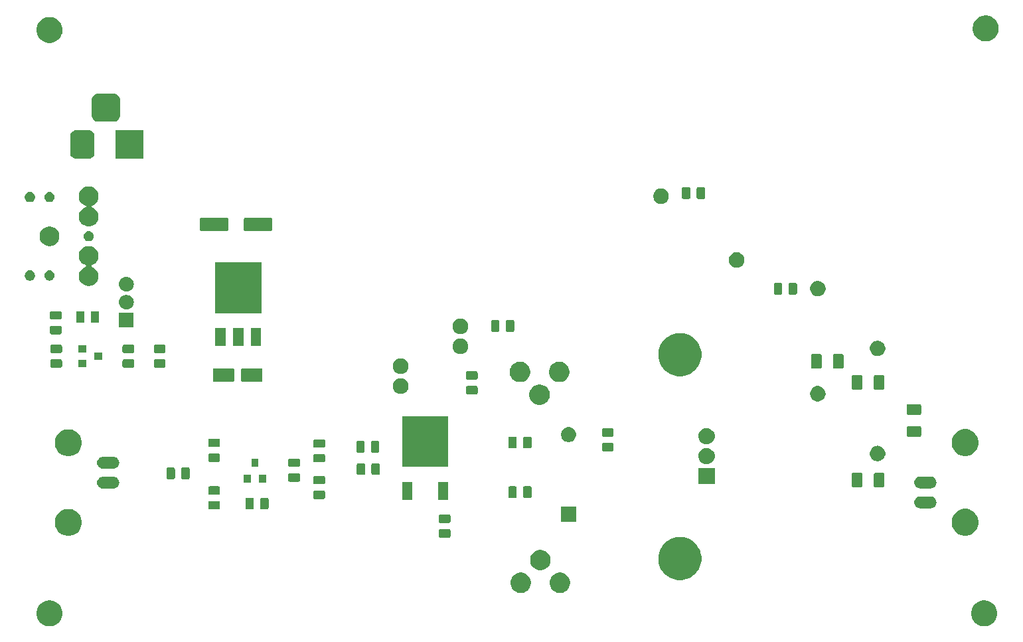
<source format=gts>
G04 #@! TF.GenerationSoftware,KiCad,Pcbnew,(5.1.5)-3*
G04 #@! TF.CreationDate,2021-07-16T13:31:02-05:00*
G04 #@! TF.ProjectId,IRF510-Amplifier,49524635-3130-42d4-916d-706c69666965,rev?*
G04 #@! TF.SameCoordinates,Original*
G04 #@! TF.FileFunction,Soldermask,Top*
G04 #@! TF.FilePolarity,Negative*
%FSLAX46Y46*%
G04 Gerber Fmt 4.6, Leading zero omitted, Abs format (unit mm)*
G04 Created by KiCad (PCBNEW (5.1.5)-3) date 2021-07-16 13:31:02*
%MOMM*%
%LPD*%
G04 APERTURE LIST*
%ADD10C,1.219200*%
%ADD11C,0.100000*%
G04 APERTURE END LIST*
D10*
X84809600Y-47200000D02*
G75*
G03X84809600Y-47200000I-609600J0D01*
G01*
X84809600Y-54800000D02*
G75*
G03X84809600Y-54800000I-609600J0D01*
G01*
X84809600Y-44600000D02*
G75*
G03X84809600Y-44600000I-609600J0D01*
G01*
X79809600Y-49700000D02*
G75*
G03X79809600Y-49700000I-609600J0D01*
G01*
X84809600Y-52200000D02*
G75*
G03X84809600Y-52200000I-609600J0D01*
G01*
D11*
G36*
X198775256Y-96191298D02*
G01*
X198881579Y-96212447D01*
X199182042Y-96336903D01*
X199452451Y-96517585D01*
X199682415Y-96747549D01*
X199863097Y-97017958D01*
X199987553Y-97318421D01*
X200051000Y-97637391D01*
X200051000Y-97962609D01*
X199987553Y-98281579D01*
X199863097Y-98582042D01*
X199682415Y-98852451D01*
X199452451Y-99082415D01*
X199182042Y-99263097D01*
X198881579Y-99387553D01*
X198775256Y-99408702D01*
X198562611Y-99451000D01*
X198237389Y-99451000D01*
X198024744Y-99408702D01*
X197918421Y-99387553D01*
X197617958Y-99263097D01*
X197347549Y-99082415D01*
X197117585Y-98852451D01*
X196936903Y-98582042D01*
X196812447Y-98281579D01*
X196749000Y-97962609D01*
X196749000Y-97637391D01*
X196812447Y-97318421D01*
X196936903Y-97017958D01*
X197117585Y-96747549D01*
X197347549Y-96517585D01*
X197617958Y-96336903D01*
X197918421Y-96212447D01*
X198024744Y-96191298D01*
X198237389Y-96149000D01*
X198562611Y-96149000D01*
X198775256Y-96191298D01*
G37*
G36*
X79575256Y-96191298D02*
G01*
X79681579Y-96212447D01*
X79982042Y-96336903D01*
X80252451Y-96517585D01*
X80482415Y-96747549D01*
X80663097Y-97017958D01*
X80787553Y-97318421D01*
X80851000Y-97637391D01*
X80851000Y-97962609D01*
X80787553Y-98281579D01*
X80663097Y-98582042D01*
X80482415Y-98852451D01*
X80252451Y-99082415D01*
X79982042Y-99263097D01*
X79681579Y-99387553D01*
X79575256Y-99408702D01*
X79362611Y-99451000D01*
X79037389Y-99451000D01*
X78824744Y-99408702D01*
X78718421Y-99387553D01*
X78417958Y-99263097D01*
X78147549Y-99082415D01*
X77917585Y-98852451D01*
X77736903Y-98582042D01*
X77612447Y-98281579D01*
X77549000Y-97962609D01*
X77549000Y-97637391D01*
X77612447Y-97318421D01*
X77736903Y-97017958D01*
X77917585Y-96747549D01*
X78147549Y-96517585D01*
X78417958Y-96336903D01*
X78718421Y-96212447D01*
X78824744Y-96191298D01*
X79037389Y-96149000D01*
X79362611Y-96149000D01*
X79575256Y-96191298D01*
G37*
G36*
X139679487Y-92648996D02*
G01*
X139916253Y-92747068D01*
X139916255Y-92747069D01*
X140129339Y-92889447D01*
X140310553Y-93070661D01*
X140422302Y-93237905D01*
X140452932Y-93283747D01*
X140551004Y-93520513D01*
X140601000Y-93771861D01*
X140601000Y-94028139D01*
X140551004Y-94279487D01*
X140452932Y-94516253D01*
X140452931Y-94516255D01*
X140310553Y-94729339D01*
X140129339Y-94910553D01*
X139916255Y-95052931D01*
X139916254Y-95052932D01*
X139916253Y-95052932D01*
X139679487Y-95151004D01*
X139428139Y-95201000D01*
X139171861Y-95201000D01*
X138920513Y-95151004D01*
X138683747Y-95052932D01*
X138683746Y-95052932D01*
X138683745Y-95052931D01*
X138470661Y-94910553D01*
X138289447Y-94729339D01*
X138147069Y-94516255D01*
X138147068Y-94516253D01*
X138048996Y-94279487D01*
X137999000Y-94028139D01*
X137999000Y-93771861D01*
X138048996Y-93520513D01*
X138147068Y-93283747D01*
X138177699Y-93237905D01*
X138289447Y-93070661D01*
X138470661Y-92889447D01*
X138683745Y-92747069D01*
X138683747Y-92747068D01*
X138920513Y-92648996D01*
X139171861Y-92599000D01*
X139428139Y-92599000D01*
X139679487Y-92648996D01*
G37*
G36*
X144679487Y-92648996D02*
G01*
X144916253Y-92747068D01*
X144916255Y-92747069D01*
X145129339Y-92889447D01*
X145310553Y-93070661D01*
X145422302Y-93237905D01*
X145452932Y-93283747D01*
X145551004Y-93520513D01*
X145601000Y-93771861D01*
X145601000Y-94028139D01*
X145551004Y-94279487D01*
X145452932Y-94516253D01*
X145452931Y-94516255D01*
X145310553Y-94729339D01*
X145129339Y-94910553D01*
X144916255Y-95052931D01*
X144916254Y-95052932D01*
X144916253Y-95052932D01*
X144679487Y-95151004D01*
X144428139Y-95201000D01*
X144171861Y-95201000D01*
X143920513Y-95151004D01*
X143683747Y-95052932D01*
X143683746Y-95052932D01*
X143683745Y-95052931D01*
X143470661Y-94910553D01*
X143289447Y-94729339D01*
X143147069Y-94516255D01*
X143147068Y-94516253D01*
X143048996Y-94279487D01*
X142999000Y-94028139D01*
X142999000Y-93771861D01*
X143048996Y-93520513D01*
X143147068Y-93283747D01*
X143177699Y-93237905D01*
X143289447Y-93070661D01*
X143470661Y-92889447D01*
X143683745Y-92747069D01*
X143683747Y-92747068D01*
X143920513Y-92648996D01*
X144171861Y-92599000D01*
X144428139Y-92599000D01*
X144679487Y-92648996D01*
G37*
G36*
X160092772Y-88093123D02*
G01*
X160402437Y-88154719D01*
X160903087Y-88362095D01*
X161083561Y-88482684D01*
X161353660Y-88663158D01*
X161736842Y-89046340D01*
X161917316Y-89316439D01*
X162037905Y-89496913D01*
X162182944Y-89847068D01*
X162245281Y-89997564D01*
X162351000Y-90529049D01*
X162351000Y-91070951D01*
X162298140Y-91336694D01*
X162245281Y-91602437D01*
X162037905Y-92103087D01*
X161939070Y-92251003D01*
X161736842Y-92553660D01*
X161353660Y-92936842D01*
X161153385Y-93070661D01*
X160903087Y-93237905D01*
X160402437Y-93445281D01*
X160136693Y-93498141D01*
X159870951Y-93551000D01*
X159329049Y-93551000D01*
X159063307Y-93498141D01*
X158797563Y-93445281D01*
X158296913Y-93237905D01*
X158046615Y-93070661D01*
X157846340Y-92936842D01*
X157463158Y-92553660D01*
X157260930Y-92251003D01*
X157162095Y-92103087D01*
X156954719Y-91602437D01*
X156901860Y-91336694D01*
X156849000Y-91070951D01*
X156849000Y-90529049D01*
X156954719Y-89997564D01*
X157017056Y-89847068D01*
X157162095Y-89496913D01*
X157282684Y-89316439D01*
X157463158Y-89046340D01*
X157846340Y-88663158D01*
X158116439Y-88482684D01*
X158296913Y-88362095D01*
X158797563Y-88154719D01*
X159107228Y-88093123D01*
X159329049Y-88049000D01*
X159870951Y-88049000D01*
X160092772Y-88093123D01*
G37*
G36*
X142179487Y-89748996D02*
G01*
X142416253Y-89847068D01*
X142416255Y-89847069D01*
X142629339Y-89989447D01*
X142810553Y-90170661D01*
X142952932Y-90383747D01*
X143051004Y-90620513D01*
X143101000Y-90871861D01*
X143101000Y-91128139D01*
X143051004Y-91379487D01*
X142958655Y-91602436D01*
X142952931Y-91616255D01*
X142810553Y-91829339D01*
X142629339Y-92010553D01*
X142416255Y-92152931D01*
X142416254Y-92152932D01*
X142416253Y-92152932D01*
X142179487Y-92251004D01*
X141928139Y-92301000D01*
X141671861Y-92301000D01*
X141420513Y-92251004D01*
X141183747Y-92152932D01*
X141183746Y-92152932D01*
X141183745Y-92152931D01*
X140970661Y-92010553D01*
X140789447Y-91829339D01*
X140647069Y-91616255D01*
X140641345Y-91602436D01*
X140548996Y-91379487D01*
X140499000Y-91128139D01*
X140499000Y-90871861D01*
X140548996Y-90620513D01*
X140647068Y-90383747D01*
X140789447Y-90170661D01*
X140970661Y-89989447D01*
X141183745Y-89847069D01*
X141183747Y-89847068D01*
X141420513Y-89748996D01*
X141671861Y-89699000D01*
X141928139Y-89699000D01*
X142179487Y-89748996D01*
G37*
G36*
X130184468Y-87066065D02*
G01*
X130223138Y-87077796D01*
X130258777Y-87096846D01*
X130290017Y-87122483D01*
X130315654Y-87153723D01*
X130334704Y-87189362D01*
X130346435Y-87228032D01*
X130351000Y-87274388D01*
X130351000Y-87925612D01*
X130346435Y-87971968D01*
X130334704Y-88010638D01*
X130315654Y-88046277D01*
X130290017Y-88077517D01*
X130258777Y-88103154D01*
X130223138Y-88122204D01*
X130184468Y-88133935D01*
X130138112Y-88138500D01*
X129061888Y-88138500D01*
X129015532Y-88133935D01*
X128976862Y-88122204D01*
X128941223Y-88103154D01*
X128909983Y-88077517D01*
X128884346Y-88046277D01*
X128865296Y-88010638D01*
X128853565Y-87971968D01*
X128849000Y-87925612D01*
X128849000Y-87274388D01*
X128853565Y-87228032D01*
X128865296Y-87189362D01*
X128884346Y-87153723D01*
X128909983Y-87122483D01*
X128941223Y-87096846D01*
X128976862Y-87077796D01*
X129015532Y-87066065D01*
X129061888Y-87061500D01*
X130138112Y-87061500D01*
X130184468Y-87066065D01*
G37*
G36*
X82098671Y-84556098D02*
G01*
X82409798Y-84684971D01*
X82689805Y-84872066D01*
X82927934Y-85110195D01*
X83115029Y-85390202D01*
X83243902Y-85701329D01*
X83309600Y-86031618D01*
X83309600Y-86368382D01*
X83243902Y-86698671D01*
X83115029Y-87009798D01*
X82927934Y-87289805D01*
X82689805Y-87527934D01*
X82409798Y-87715029D01*
X82098671Y-87843902D01*
X81768382Y-87909600D01*
X81431618Y-87909600D01*
X81101329Y-87843902D01*
X80790202Y-87715029D01*
X80510195Y-87527934D01*
X80272066Y-87289805D01*
X80084971Y-87009798D01*
X79956098Y-86698671D01*
X79890400Y-86368382D01*
X79890400Y-86031618D01*
X79956098Y-85701329D01*
X80084971Y-85390202D01*
X80272066Y-85110195D01*
X80510195Y-84872066D01*
X80790202Y-84684971D01*
X81101329Y-84556098D01*
X81431618Y-84490400D01*
X81768382Y-84490400D01*
X82098671Y-84556098D01*
G37*
G36*
X196478671Y-84536098D02*
G01*
X196789798Y-84664971D01*
X197069805Y-84852066D01*
X197307934Y-85090195D01*
X197495029Y-85370202D01*
X197623902Y-85681329D01*
X197689600Y-86011618D01*
X197689600Y-86348382D01*
X197623902Y-86678671D01*
X197495029Y-86989798D01*
X197307934Y-87269805D01*
X197069805Y-87507934D01*
X196789798Y-87695029D01*
X196478671Y-87823902D01*
X196148382Y-87889600D01*
X195811618Y-87889600D01*
X195481329Y-87823902D01*
X195170202Y-87695029D01*
X194890195Y-87507934D01*
X194652066Y-87269805D01*
X194464971Y-86989798D01*
X194336098Y-86678671D01*
X194270400Y-86348382D01*
X194270400Y-86011618D01*
X194336098Y-85681329D01*
X194464971Y-85370202D01*
X194652066Y-85090195D01*
X194890195Y-84852066D01*
X195170202Y-84664971D01*
X195481329Y-84536098D01*
X195811618Y-84470400D01*
X196148382Y-84470400D01*
X196478671Y-84536098D01*
G37*
G36*
X130184468Y-85191065D02*
G01*
X130223138Y-85202796D01*
X130258777Y-85221846D01*
X130290017Y-85247483D01*
X130315654Y-85278723D01*
X130334704Y-85314362D01*
X130346435Y-85353032D01*
X130351000Y-85399388D01*
X130351000Y-86050612D01*
X130346435Y-86096968D01*
X130334704Y-86135638D01*
X130315654Y-86171277D01*
X130290017Y-86202517D01*
X130258777Y-86228154D01*
X130223138Y-86247204D01*
X130184468Y-86258935D01*
X130138112Y-86263500D01*
X129061888Y-86263500D01*
X129015532Y-86258935D01*
X128976862Y-86247204D01*
X128941223Y-86228154D01*
X128909983Y-86202517D01*
X128884346Y-86171277D01*
X128865296Y-86135638D01*
X128853565Y-86096968D01*
X128849000Y-86050612D01*
X128849000Y-85399388D01*
X128853565Y-85353032D01*
X128865296Y-85314362D01*
X128884346Y-85278723D01*
X128909983Y-85247483D01*
X128941223Y-85221846D01*
X128976862Y-85202796D01*
X129015532Y-85191065D01*
X129061888Y-85186500D01*
X130138112Y-85186500D01*
X130184468Y-85191065D01*
G37*
G36*
X146351000Y-86111000D02*
G01*
X144449000Y-86111000D01*
X144449000Y-84209000D01*
X146351000Y-84209000D01*
X146351000Y-86111000D01*
G37*
G36*
X106971968Y-83053565D02*
G01*
X107010638Y-83065296D01*
X107046277Y-83084346D01*
X107077517Y-83109983D01*
X107103154Y-83141223D01*
X107122204Y-83176862D01*
X107133935Y-83215532D01*
X107138500Y-83261888D01*
X107138500Y-84338112D01*
X107133935Y-84384468D01*
X107122204Y-84423138D01*
X107103154Y-84458777D01*
X107077517Y-84490017D01*
X107046277Y-84515654D01*
X107010638Y-84534704D01*
X106971968Y-84546435D01*
X106925612Y-84551000D01*
X106274388Y-84551000D01*
X106228032Y-84546435D01*
X106189362Y-84534704D01*
X106153723Y-84515654D01*
X106122483Y-84490017D01*
X106096846Y-84458777D01*
X106077796Y-84423138D01*
X106066065Y-84384468D01*
X106061500Y-84338112D01*
X106061500Y-83261888D01*
X106066065Y-83215532D01*
X106077796Y-83176862D01*
X106096846Y-83141223D01*
X106122483Y-83109983D01*
X106153723Y-83084346D01*
X106189362Y-83065296D01*
X106228032Y-83053565D01*
X106274388Y-83049000D01*
X106925612Y-83049000D01*
X106971968Y-83053565D01*
G37*
G36*
X105096968Y-83053565D02*
G01*
X105135638Y-83065296D01*
X105171277Y-83084346D01*
X105202517Y-83109983D01*
X105228154Y-83141223D01*
X105247204Y-83176862D01*
X105258935Y-83215532D01*
X105263500Y-83261888D01*
X105263500Y-84338112D01*
X105258935Y-84384468D01*
X105247204Y-84423138D01*
X105228154Y-84458777D01*
X105202517Y-84490017D01*
X105171277Y-84515654D01*
X105135638Y-84534704D01*
X105096968Y-84546435D01*
X105050612Y-84551000D01*
X104399388Y-84551000D01*
X104353032Y-84546435D01*
X104314362Y-84534704D01*
X104278723Y-84515654D01*
X104247483Y-84490017D01*
X104221846Y-84458777D01*
X104202796Y-84423138D01*
X104191065Y-84384468D01*
X104186500Y-84338112D01*
X104186500Y-83261888D01*
X104191065Y-83215532D01*
X104202796Y-83176862D01*
X104221846Y-83141223D01*
X104247483Y-83109983D01*
X104278723Y-83084346D01*
X104314362Y-83065296D01*
X104353032Y-83053565D01*
X104399388Y-83049000D01*
X105050612Y-83049000D01*
X105096968Y-83053565D01*
G37*
G36*
X100784468Y-83466065D02*
G01*
X100823138Y-83477796D01*
X100858777Y-83496846D01*
X100890017Y-83522483D01*
X100915654Y-83553723D01*
X100934704Y-83589362D01*
X100946435Y-83628032D01*
X100951000Y-83674388D01*
X100951000Y-84325612D01*
X100946435Y-84371968D01*
X100934704Y-84410638D01*
X100915654Y-84446277D01*
X100890017Y-84477517D01*
X100858777Y-84503154D01*
X100823138Y-84522204D01*
X100784468Y-84533935D01*
X100738112Y-84538500D01*
X99661888Y-84538500D01*
X99615532Y-84533935D01*
X99576862Y-84522204D01*
X99541223Y-84503154D01*
X99509983Y-84477517D01*
X99484346Y-84446277D01*
X99465296Y-84410638D01*
X99453565Y-84371968D01*
X99449000Y-84325612D01*
X99449000Y-83674388D01*
X99453565Y-83628032D01*
X99465296Y-83589362D01*
X99484346Y-83553723D01*
X99509983Y-83522483D01*
X99541223Y-83496846D01*
X99576862Y-83477796D01*
X99615532Y-83466065D01*
X99661888Y-83461500D01*
X100738112Y-83461500D01*
X100784468Y-83466065D01*
G37*
G36*
X191702123Y-82895333D02*
G01*
X191844555Y-82938539D01*
X191975820Y-83008702D01*
X192090875Y-83103125D01*
X192185298Y-83218180D01*
X192255461Y-83349445D01*
X192298667Y-83491877D01*
X192313256Y-83640000D01*
X192298667Y-83788123D01*
X192255461Y-83930555D01*
X192185298Y-84061820D01*
X192090875Y-84176875D01*
X191975820Y-84271298D01*
X191844555Y-84341461D01*
X191702123Y-84384667D01*
X191591120Y-84395600D01*
X190208880Y-84395600D01*
X190097877Y-84384667D01*
X189955445Y-84341461D01*
X189824180Y-84271298D01*
X189709125Y-84176875D01*
X189614702Y-84061820D01*
X189544539Y-83930555D01*
X189501333Y-83788123D01*
X189486744Y-83640000D01*
X189501333Y-83491877D01*
X189544539Y-83349445D01*
X189614702Y-83218180D01*
X189709125Y-83103125D01*
X189824180Y-83008702D01*
X189955445Y-82938539D01*
X190097877Y-82895333D01*
X190208880Y-82884400D01*
X191591120Y-82884400D01*
X191702123Y-82895333D01*
G37*
G36*
X125496000Y-83326000D02*
G01*
X124194000Y-83326000D01*
X124194000Y-81024000D01*
X125496000Y-81024000D01*
X125496000Y-83326000D01*
G37*
G36*
X130056000Y-83326000D02*
G01*
X128754000Y-83326000D01*
X128754000Y-81024000D01*
X130056000Y-81024000D01*
X130056000Y-83326000D01*
G37*
G36*
X114184468Y-82141065D02*
G01*
X114223138Y-82152796D01*
X114258777Y-82171846D01*
X114290017Y-82197483D01*
X114315654Y-82228723D01*
X114334704Y-82264362D01*
X114346435Y-82303032D01*
X114351000Y-82349388D01*
X114351000Y-83000612D01*
X114346435Y-83046968D01*
X114334704Y-83085638D01*
X114315654Y-83121277D01*
X114290017Y-83152517D01*
X114258777Y-83178154D01*
X114223138Y-83197204D01*
X114184468Y-83208935D01*
X114138112Y-83213500D01*
X113061888Y-83213500D01*
X113015532Y-83208935D01*
X112976862Y-83197204D01*
X112941223Y-83178154D01*
X112909983Y-83152517D01*
X112884346Y-83121277D01*
X112865296Y-83085638D01*
X112853565Y-83046968D01*
X112849000Y-83000612D01*
X112849000Y-82349388D01*
X112853565Y-82303032D01*
X112865296Y-82264362D01*
X112884346Y-82228723D01*
X112909983Y-82197483D01*
X112941223Y-82171846D01*
X112976862Y-82152796D01*
X113015532Y-82141065D01*
X113061888Y-82136500D01*
X114138112Y-82136500D01*
X114184468Y-82141065D01*
G37*
G36*
X138634468Y-81593565D02*
G01*
X138673138Y-81605296D01*
X138708777Y-81624346D01*
X138740017Y-81649983D01*
X138765654Y-81681223D01*
X138784704Y-81716862D01*
X138796435Y-81755532D01*
X138801000Y-81801888D01*
X138801000Y-82878112D01*
X138796435Y-82924468D01*
X138784704Y-82963138D01*
X138765654Y-82998777D01*
X138740017Y-83030017D01*
X138708777Y-83055654D01*
X138673138Y-83074704D01*
X138634468Y-83086435D01*
X138588112Y-83091000D01*
X137936888Y-83091000D01*
X137890532Y-83086435D01*
X137851862Y-83074704D01*
X137816223Y-83055654D01*
X137784983Y-83030017D01*
X137759346Y-82998777D01*
X137740296Y-82963138D01*
X137728565Y-82924468D01*
X137724000Y-82878112D01*
X137724000Y-81801888D01*
X137728565Y-81755532D01*
X137740296Y-81716862D01*
X137759346Y-81681223D01*
X137784983Y-81649983D01*
X137816223Y-81624346D01*
X137851862Y-81605296D01*
X137890532Y-81593565D01*
X137936888Y-81589000D01*
X138588112Y-81589000D01*
X138634468Y-81593565D01*
G37*
G36*
X140509468Y-81593565D02*
G01*
X140548138Y-81605296D01*
X140583777Y-81624346D01*
X140615017Y-81649983D01*
X140640654Y-81681223D01*
X140659704Y-81716862D01*
X140671435Y-81755532D01*
X140676000Y-81801888D01*
X140676000Y-82878112D01*
X140671435Y-82924468D01*
X140659704Y-82963138D01*
X140640654Y-82998777D01*
X140615017Y-83030017D01*
X140583777Y-83055654D01*
X140548138Y-83074704D01*
X140509468Y-83086435D01*
X140463112Y-83091000D01*
X139811888Y-83091000D01*
X139765532Y-83086435D01*
X139726862Y-83074704D01*
X139691223Y-83055654D01*
X139659983Y-83030017D01*
X139634346Y-82998777D01*
X139615296Y-82963138D01*
X139603565Y-82924468D01*
X139599000Y-82878112D01*
X139599000Y-81801888D01*
X139603565Y-81755532D01*
X139615296Y-81716862D01*
X139634346Y-81681223D01*
X139659983Y-81649983D01*
X139691223Y-81624346D01*
X139726862Y-81605296D01*
X139765532Y-81593565D01*
X139811888Y-81589000D01*
X140463112Y-81589000D01*
X140509468Y-81593565D01*
G37*
G36*
X100784468Y-81591065D02*
G01*
X100823138Y-81602796D01*
X100858777Y-81621846D01*
X100890017Y-81647483D01*
X100915654Y-81678723D01*
X100934704Y-81714362D01*
X100946435Y-81753032D01*
X100951000Y-81799388D01*
X100951000Y-82450612D01*
X100946435Y-82496968D01*
X100934704Y-82535638D01*
X100915654Y-82571277D01*
X100890017Y-82602517D01*
X100858777Y-82628154D01*
X100823138Y-82647204D01*
X100784468Y-82658935D01*
X100738112Y-82663500D01*
X99661888Y-82663500D01*
X99615532Y-82658935D01*
X99576862Y-82647204D01*
X99541223Y-82628154D01*
X99509983Y-82602517D01*
X99484346Y-82571277D01*
X99465296Y-82535638D01*
X99453565Y-82496968D01*
X99449000Y-82450612D01*
X99449000Y-81799388D01*
X99453565Y-81753032D01*
X99465296Y-81714362D01*
X99484346Y-81678723D01*
X99509983Y-81647483D01*
X99541223Y-81621846D01*
X99576862Y-81602796D01*
X99615532Y-81591065D01*
X99661888Y-81586500D01*
X100738112Y-81586500D01*
X100784468Y-81591065D01*
G37*
G36*
X87482123Y-80375333D02*
G01*
X87624555Y-80418539D01*
X87755820Y-80488702D01*
X87870875Y-80583125D01*
X87965298Y-80698180D01*
X88035461Y-80829445D01*
X88078667Y-80971877D01*
X88093256Y-81120000D01*
X88078667Y-81268123D01*
X88035461Y-81410555D01*
X87965298Y-81541820D01*
X87870875Y-81656875D01*
X87755820Y-81751298D01*
X87624555Y-81821461D01*
X87482123Y-81864667D01*
X87371120Y-81875600D01*
X85988880Y-81875600D01*
X85877877Y-81864667D01*
X85735445Y-81821461D01*
X85604180Y-81751298D01*
X85489125Y-81656875D01*
X85394702Y-81541820D01*
X85324539Y-81410555D01*
X85281333Y-81268123D01*
X85266744Y-81120000D01*
X85281333Y-80971877D01*
X85324539Y-80829445D01*
X85394702Y-80698180D01*
X85489125Y-80583125D01*
X85604180Y-80488702D01*
X85735445Y-80418539D01*
X85877877Y-80375333D01*
X85988880Y-80364400D01*
X87371120Y-80364400D01*
X87482123Y-80375333D01*
G37*
G36*
X191702123Y-80355333D02*
G01*
X191844555Y-80398539D01*
X191975820Y-80468702D01*
X192090875Y-80563125D01*
X192185298Y-80678180D01*
X192255461Y-80809445D01*
X192298667Y-80951877D01*
X192313256Y-81100000D01*
X192298667Y-81248123D01*
X192255461Y-81390555D01*
X192185298Y-81521820D01*
X192090875Y-81636875D01*
X191975820Y-81731298D01*
X191844555Y-81801461D01*
X191702123Y-81844667D01*
X191591120Y-81855600D01*
X190208880Y-81855600D01*
X190097877Y-81844667D01*
X189955445Y-81801461D01*
X189824180Y-81731298D01*
X189709125Y-81636875D01*
X189614702Y-81521820D01*
X189544539Y-81390555D01*
X189501333Y-81248123D01*
X189486744Y-81100000D01*
X189501333Y-80951877D01*
X189544539Y-80809445D01*
X189614702Y-80678180D01*
X189709125Y-80563125D01*
X189824180Y-80468702D01*
X189955445Y-80398539D01*
X190097877Y-80355333D01*
X190208880Y-80344400D01*
X191591120Y-80344400D01*
X191702123Y-80355333D01*
G37*
G36*
X185518604Y-79878347D02*
G01*
X185555144Y-79889432D01*
X185588821Y-79907433D01*
X185618341Y-79931659D01*
X185642567Y-79961179D01*
X185660568Y-79994856D01*
X185671653Y-80031396D01*
X185676000Y-80075538D01*
X185676000Y-81524462D01*
X185671653Y-81568604D01*
X185660568Y-81605144D01*
X185642567Y-81638821D01*
X185618341Y-81668341D01*
X185588821Y-81692567D01*
X185555144Y-81710568D01*
X185518604Y-81721653D01*
X185474462Y-81726000D01*
X184525538Y-81726000D01*
X184481396Y-81721653D01*
X184444856Y-81710568D01*
X184411179Y-81692567D01*
X184381659Y-81668341D01*
X184357433Y-81638821D01*
X184339432Y-81605144D01*
X184328347Y-81568604D01*
X184324000Y-81524462D01*
X184324000Y-80075538D01*
X184328347Y-80031396D01*
X184339432Y-79994856D01*
X184357433Y-79961179D01*
X184381659Y-79931659D01*
X184411179Y-79907433D01*
X184444856Y-79889432D01*
X184481396Y-79878347D01*
X184525538Y-79874000D01*
X185474462Y-79874000D01*
X185518604Y-79878347D01*
G37*
G36*
X182718604Y-79878347D02*
G01*
X182755144Y-79889432D01*
X182788821Y-79907433D01*
X182818341Y-79931659D01*
X182842567Y-79961179D01*
X182860568Y-79994856D01*
X182871653Y-80031396D01*
X182876000Y-80075538D01*
X182876000Y-81524462D01*
X182871653Y-81568604D01*
X182860568Y-81605144D01*
X182842567Y-81638821D01*
X182818341Y-81668341D01*
X182788821Y-81692567D01*
X182755144Y-81710568D01*
X182718604Y-81721653D01*
X182674462Y-81726000D01*
X181725538Y-81726000D01*
X181681396Y-81721653D01*
X181644856Y-81710568D01*
X181611179Y-81692567D01*
X181581659Y-81668341D01*
X181557433Y-81638821D01*
X181539432Y-81605144D01*
X181528347Y-81568604D01*
X181524000Y-81524462D01*
X181524000Y-80075538D01*
X181528347Y-80031396D01*
X181539432Y-79994856D01*
X181557433Y-79961179D01*
X181581659Y-79931659D01*
X181611179Y-79907433D01*
X181644856Y-79889432D01*
X181681396Y-79878347D01*
X181725538Y-79874000D01*
X182674462Y-79874000D01*
X182718604Y-79878347D01*
G37*
G36*
X114184468Y-80266065D02*
G01*
X114223138Y-80277796D01*
X114258777Y-80296846D01*
X114290017Y-80322483D01*
X114315654Y-80353723D01*
X114334704Y-80389362D01*
X114346435Y-80428032D01*
X114351000Y-80474388D01*
X114351000Y-81125612D01*
X114346435Y-81171968D01*
X114334704Y-81210638D01*
X114315654Y-81246277D01*
X114290017Y-81277517D01*
X114258777Y-81303154D01*
X114223138Y-81322204D01*
X114184468Y-81333935D01*
X114138112Y-81338500D01*
X113061888Y-81338500D01*
X113015532Y-81333935D01*
X112976862Y-81322204D01*
X112941223Y-81303154D01*
X112909983Y-81277517D01*
X112884346Y-81246277D01*
X112865296Y-81210638D01*
X112853565Y-81171968D01*
X112849000Y-81125612D01*
X112849000Y-80474388D01*
X112853565Y-80428032D01*
X112865296Y-80389362D01*
X112884346Y-80353723D01*
X112909983Y-80322483D01*
X112941223Y-80296846D01*
X112976862Y-80277796D01*
X113015532Y-80266065D01*
X113061888Y-80261500D01*
X114138112Y-80261500D01*
X114184468Y-80266065D01*
G37*
G36*
X164051000Y-81283500D02*
G01*
X161949000Y-81283500D01*
X161949000Y-79276500D01*
X164051000Y-79276500D01*
X164051000Y-81283500D01*
G37*
G36*
X106801000Y-81101000D02*
G01*
X105899000Y-81101000D01*
X105899000Y-80099000D01*
X106801000Y-80099000D01*
X106801000Y-81101000D01*
G37*
G36*
X104901000Y-81101000D02*
G01*
X103999000Y-81101000D01*
X103999000Y-80099000D01*
X104901000Y-80099000D01*
X104901000Y-81101000D01*
G37*
G36*
X110984468Y-79941065D02*
G01*
X111023138Y-79952796D01*
X111058777Y-79971846D01*
X111090017Y-79997483D01*
X111115654Y-80028723D01*
X111134704Y-80064362D01*
X111146435Y-80103032D01*
X111151000Y-80149388D01*
X111151000Y-80800612D01*
X111146435Y-80846968D01*
X111134704Y-80885638D01*
X111115654Y-80921277D01*
X111090017Y-80952517D01*
X111058777Y-80978154D01*
X111023138Y-80997204D01*
X110984468Y-81008935D01*
X110938112Y-81013500D01*
X109861888Y-81013500D01*
X109815532Y-81008935D01*
X109776862Y-80997204D01*
X109741223Y-80978154D01*
X109709983Y-80952517D01*
X109684346Y-80921277D01*
X109665296Y-80885638D01*
X109653565Y-80846968D01*
X109649000Y-80800612D01*
X109649000Y-80149388D01*
X109653565Y-80103032D01*
X109665296Y-80064362D01*
X109684346Y-80028723D01*
X109709983Y-79997483D01*
X109741223Y-79971846D01*
X109776862Y-79952796D01*
X109815532Y-79941065D01*
X109861888Y-79936500D01*
X110938112Y-79936500D01*
X110984468Y-79941065D01*
G37*
G36*
X96909468Y-79193565D02*
G01*
X96948138Y-79205296D01*
X96983777Y-79224346D01*
X97015017Y-79249983D01*
X97040654Y-79281223D01*
X97059704Y-79316862D01*
X97071435Y-79355532D01*
X97076000Y-79401888D01*
X97076000Y-80478112D01*
X97071435Y-80524468D01*
X97059704Y-80563138D01*
X97040654Y-80598777D01*
X97015017Y-80630017D01*
X96983777Y-80655654D01*
X96948138Y-80674704D01*
X96909468Y-80686435D01*
X96863112Y-80691000D01*
X96211888Y-80691000D01*
X96165532Y-80686435D01*
X96126862Y-80674704D01*
X96091223Y-80655654D01*
X96059983Y-80630017D01*
X96034346Y-80598777D01*
X96015296Y-80563138D01*
X96003565Y-80524468D01*
X95999000Y-80478112D01*
X95999000Y-79401888D01*
X96003565Y-79355532D01*
X96015296Y-79316862D01*
X96034346Y-79281223D01*
X96059983Y-79249983D01*
X96091223Y-79224346D01*
X96126862Y-79205296D01*
X96165532Y-79193565D01*
X96211888Y-79189000D01*
X96863112Y-79189000D01*
X96909468Y-79193565D01*
G37*
G36*
X95034468Y-79193565D02*
G01*
X95073138Y-79205296D01*
X95108777Y-79224346D01*
X95140017Y-79249983D01*
X95165654Y-79281223D01*
X95184704Y-79316862D01*
X95196435Y-79355532D01*
X95201000Y-79401888D01*
X95201000Y-80478112D01*
X95196435Y-80524468D01*
X95184704Y-80563138D01*
X95165654Y-80598777D01*
X95140017Y-80630017D01*
X95108777Y-80655654D01*
X95073138Y-80674704D01*
X95034468Y-80686435D01*
X94988112Y-80691000D01*
X94336888Y-80691000D01*
X94290532Y-80686435D01*
X94251862Y-80674704D01*
X94216223Y-80655654D01*
X94184983Y-80630017D01*
X94159346Y-80598777D01*
X94140296Y-80563138D01*
X94128565Y-80524468D01*
X94124000Y-80478112D01*
X94124000Y-79401888D01*
X94128565Y-79355532D01*
X94140296Y-79316862D01*
X94159346Y-79281223D01*
X94184983Y-79249983D01*
X94216223Y-79224346D01*
X94251862Y-79205296D01*
X94290532Y-79193565D01*
X94336888Y-79189000D01*
X94988112Y-79189000D01*
X95034468Y-79193565D01*
G37*
G36*
X121171968Y-78653565D02*
G01*
X121210638Y-78665296D01*
X121246277Y-78684346D01*
X121277517Y-78709983D01*
X121303154Y-78741223D01*
X121322204Y-78776862D01*
X121333935Y-78815532D01*
X121338500Y-78861888D01*
X121338500Y-79938112D01*
X121333935Y-79984468D01*
X121322204Y-80023138D01*
X121303154Y-80058777D01*
X121277517Y-80090017D01*
X121246277Y-80115654D01*
X121210638Y-80134704D01*
X121171968Y-80146435D01*
X121125612Y-80151000D01*
X120474388Y-80151000D01*
X120428032Y-80146435D01*
X120389362Y-80134704D01*
X120353723Y-80115654D01*
X120322483Y-80090017D01*
X120296846Y-80058777D01*
X120277796Y-80023138D01*
X120266065Y-79984468D01*
X120261500Y-79938112D01*
X120261500Y-78861888D01*
X120266065Y-78815532D01*
X120277796Y-78776862D01*
X120296846Y-78741223D01*
X120322483Y-78709983D01*
X120353723Y-78684346D01*
X120389362Y-78665296D01*
X120428032Y-78653565D01*
X120474388Y-78649000D01*
X121125612Y-78649000D01*
X121171968Y-78653565D01*
G37*
G36*
X119296968Y-78653565D02*
G01*
X119335638Y-78665296D01*
X119371277Y-78684346D01*
X119402517Y-78709983D01*
X119428154Y-78741223D01*
X119447204Y-78776862D01*
X119458935Y-78815532D01*
X119463500Y-78861888D01*
X119463500Y-79938112D01*
X119458935Y-79984468D01*
X119447204Y-80023138D01*
X119428154Y-80058777D01*
X119402517Y-80090017D01*
X119371277Y-80115654D01*
X119335638Y-80134704D01*
X119296968Y-80146435D01*
X119250612Y-80151000D01*
X118599388Y-80151000D01*
X118553032Y-80146435D01*
X118514362Y-80134704D01*
X118478723Y-80115654D01*
X118447483Y-80090017D01*
X118421846Y-80058777D01*
X118402796Y-80023138D01*
X118391065Y-79984468D01*
X118386500Y-79938112D01*
X118386500Y-78861888D01*
X118391065Y-78815532D01*
X118402796Y-78776862D01*
X118421846Y-78741223D01*
X118447483Y-78709983D01*
X118478723Y-78684346D01*
X118514362Y-78665296D01*
X118553032Y-78653565D01*
X118599388Y-78649000D01*
X119250612Y-78649000D01*
X119296968Y-78653565D01*
G37*
G36*
X87482123Y-77835333D02*
G01*
X87624555Y-77878539D01*
X87755820Y-77948702D01*
X87870875Y-78043125D01*
X87965298Y-78158180D01*
X88035461Y-78289445D01*
X88078667Y-78431877D01*
X88093256Y-78580000D01*
X88078667Y-78728123D01*
X88035461Y-78870555D01*
X87965298Y-79001820D01*
X87870875Y-79116875D01*
X87755820Y-79211298D01*
X87624555Y-79281461D01*
X87482123Y-79324667D01*
X87371120Y-79335600D01*
X85988880Y-79335600D01*
X85877877Y-79324667D01*
X85735445Y-79281461D01*
X85604180Y-79211298D01*
X85489125Y-79116875D01*
X85394702Y-79001820D01*
X85324539Y-78870555D01*
X85281333Y-78728123D01*
X85266744Y-78580000D01*
X85281333Y-78431877D01*
X85324539Y-78289445D01*
X85394702Y-78158180D01*
X85489125Y-78043125D01*
X85604180Y-77948702D01*
X85735445Y-77878539D01*
X85877877Y-77835333D01*
X85988880Y-77824400D01*
X87371120Y-77824400D01*
X87482123Y-77835333D01*
G37*
G36*
X110984468Y-78066065D02*
G01*
X111023138Y-78077796D01*
X111058777Y-78096846D01*
X111090017Y-78122483D01*
X111115654Y-78153723D01*
X111134704Y-78189362D01*
X111146435Y-78228032D01*
X111151000Y-78274388D01*
X111151000Y-78925612D01*
X111146435Y-78971968D01*
X111134704Y-79010638D01*
X111115654Y-79046277D01*
X111090017Y-79077517D01*
X111058777Y-79103154D01*
X111023138Y-79122204D01*
X110984468Y-79133935D01*
X110938112Y-79138500D01*
X109861888Y-79138500D01*
X109815532Y-79133935D01*
X109776862Y-79122204D01*
X109741223Y-79103154D01*
X109709983Y-79077517D01*
X109684346Y-79046277D01*
X109665296Y-79010638D01*
X109653565Y-78971968D01*
X109649000Y-78925612D01*
X109649000Y-78274388D01*
X109653565Y-78228032D01*
X109665296Y-78189362D01*
X109684346Y-78153723D01*
X109709983Y-78122483D01*
X109741223Y-78096846D01*
X109776862Y-78077796D01*
X109815532Y-78066065D01*
X109861888Y-78061500D01*
X110938112Y-78061500D01*
X110984468Y-78066065D01*
G37*
G36*
X130076000Y-79126000D02*
G01*
X124174000Y-79126000D01*
X124174000Y-72624000D01*
X130076000Y-72624000D01*
X130076000Y-79126000D01*
G37*
G36*
X105851000Y-79101000D02*
G01*
X104949000Y-79101000D01*
X104949000Y-78099000D01*
X105851000Y-78099000D01*
X105851000Y-79101000D01*
G37*
G36*
X163145936Y-76741340D02*
G01*
X163244220Y-76751020D01*
X163433381Y-76808401D01*
X163607712Y-76901583D01*
X163760515Y-77026985D01*
X163885917Y-77179788D01*
X163979099Y-77354119D01*
X164036480Y-77543280D01*
X164055855Y-77740000D01*
X164036480Y-77936720D01*
X163979099Y-78125881D01*
X163885917Y-78300212D01*
X163760515Y-78453015D01*
X163607712Y-78578417D01*
X163433381Y-78671599D01*
X163244220Y-78728980D01*
X163145936Y-78738660D01*
X163096795Y-78743500D01*
X162903205Y-78743500D01*
X162854064Y-78738660D01*
X162755780Y-78728980D01*
X162566619Y-78671599D01*
X162392288Y-78578417D01*
X162239485Y-78453015D01*
X162114083Y-78300212D01*
X162020901Y-78125881D01*
X161963520Y-77936720D01*
X161944145Y-77740000D01*
X161963520Y-77543280D01*
X162020901Y-77354119D01*
X162114083Y-77179788D01*
X162239485Y-77026985D01*
X162392288Y-76901583D01*
X162566619Y-76808401D01*
X162755780Y-76751020D01*
X162854064Y-76741340D01*
X162903205Y-76736500D01*
X163096795Y-76736500D01*
X163145936Y-76741340D01*
G37*
G36*
X114184468Y-77466065D02*
G01*
X114223138Y-77477796D01*
X114258777Y-77496846D01*
X114290017Y-77522483D01*
X114315654Y-77553723D01*
X114334704Y-77589362D01*
X114346435Y-77628032D01*
X114351000Y-77674388D01*
X114351000Y-78325612D01*
X114346435Y-78371968D01*
X114334704Y-78410638D01*
X114315654Y-78446277D01*
X114290017Y-78477517D01*
X114258777Y-78503154D01*
X114223138Y-78522204D01*
X114184468Y-78533935D01*
X114138112Y-78538500D01*
X113061888Y-78538500D01*
X113015532Y-78533935D01*
X112976862Y-78522204D01*
X112941223Y-78503154D01*
X112909983Y-78477517D01*
X112884346Y-78446277D01*
X112865296Y-78410638D01*
X112853565Y-78371968D01*
X112849000Y-78325612D01*
X112849000Y-77674388D01*
X112853565Y-77628032D01*
X112865296Y-77589362D01*
X112884346Y-77553723D01*
X112909983Y-77522483D01*
X112941223Y-77496846D01*
X112976862Y-77477796D01*
X113015532Y-77466065D01*
X113061888Y-77461500D01*
X114138112Y-77461500D01*
X114184468Y-77466065D01*
G37*
G36*
X100784468Y-77403565D02*
G01*
X100823138Y-77415296D01*
X100858777Y-77434346D01*
X100890017Y-77459983D01*
X100915654Y-77491223D01*
X100934704Y-77526862D01*
X100946435Y-77565532D01*
X100951000Y-77611888D01*
X100951000Y-78263112D01*
X100946435Y-78309468D01*
X100934704Y-78348138D01*
X100915654Y-78383777D01*
X100890017Y-78415017D01*
X100858777Y-78440654D01*
X100823138Y-78459704D01*
X100784468Y-78471435D01*
X100738112Y-78476000D01*
X99661888Y-78476000D01*
X99615532Y-78471435D01*
X99576862Y-78459704D01*
X99541223Y-78440654D01*
X99509983Y-78415017D01*
X99484346Y-78383777D01*
X99465296Y-78348138D01*
X99453565Y-78309468D01*
X99449000Y-78263112D01*
X99449000Y-77611888D01*
X99453565Y-77565532D01*
X99465296Y-77526862D01*
X99484346Y-77491223D01*
X99509983Y-77459983D01*
X99541223Y-77434346D01*
X99576862Y-77415296D01*
X99615532Y-77403565D01*
X99661888Y-77399000D01*
X100738112Y-77399000D01*
X100784468Y-77403565D01*
G37*
G36*
X184983318Y-76434468D02*
G01*
X185098947Y-76457468D01*
X185279225Y-76532142D01*
X185441471Y-76640551D01*
X185579449Y-76778529D01*
X185687858Y-76940775D01*
X185744499Y-77077517D01*
X185762532Y-77121054D01*
X185800600Y-77312433D01*
X185800600Y-77507567D01*
X185795137Y-77535029D01*
X185762532Y-77698947D01*
X185687858Y-77879225D01*
X185579449Y-78041471D01*
X185441471Y-78179449D01*
X185279225Y-78287858D01*
X185279224Y-78287859D01*
X185279223Y-78287859D01*
X185249400Y-78300212D01*
X185098947Y-78362532D01*
X185049900Y-78372288D01*
X184907567Y-78400600D01*
X184712433Y-78400600D01*
X184570100Y-78372288D01*
X184521053Y-78362532D01*
X184370600Y-78300212D01*
X184340777Y-78287859D01*
X184340776Y-78287859D01*
X184340775Y-78287858D01*
X184178529Y-78179449D01*
X184040551Y-78041471D01*
X183932142Y-77879225D01*
X183857468Y-77698947D01*
X183824863Y-77535029D01*
X183819400Y-77507567D01*
X183819400Y-77312433D01*
X183857468Y-77121054D01*
X183875502Y-77077517D01*
X183932142Y-76940775D01*
X184040551Y-76778529D01*
X184178529Y-76640551D01*
X184340775Y-76532142D01*
X184521053Y-76457468D01*
X184636682Y-76434468D01*
X184712433Y-76419400D01*
X184907567Y-76419400D01*
X184983318Y-76434468D01*
G37*
G36*
X82098671Y-74396098D02*
G01*
X82409798Y-74524971D01*
X82689805Y-74712066D01*
X82927934Y-74950195D01*
X83115029Y-75230202D01*
X83243902Y-75541329D01*
X83309600Y-75871618D01*
X83309600Y-76208382D01*
X83243902Y-76538671D01*
X83115029Y-76849798D01*
X82927934Y-77129805D01*
X82689805Y-77367934D01*
X82409798Y-77555029D01*
X82098671Y-77683902D01*
X81768382Y-77749600D01*
X81431618Y-77749600D01*
X81101329Y-77683902D01*
X80790202Y-77555029D01*
X80510195Y-77367934D01*
X80272066Y-77129805D01*
X80084971Y-76849798D01*
X79956098Y-76538671D01*
X79890400Y-76208382D01*
X79890400Y-75871618D01*
X79956098Y-75541329D01*
X80084971Y-75230202D01*
X80272066Y-74950195D01*
X80510195Y-74712066D01*
X80790202Y-74524971D01*
X81101329Y-74396098D01*
X81431618Y-74330400D01*
X81768382Y-74330400D01*
X82098671Y-74396098D01*
G37*
G36*
X196478671Y-74376098D02*
G01*
X196789798Y-74504971D01*
X197069805Y-74692066D01*
X197307934Y-74930195D01*
X197495029Y-75210202D01*
X197623902Y-75521329D01*
X197689600Y-75851618D01*
X197689600Y-76188382D01*
X197623902Y-76518671D01*
X197495029Y-76829798D01*
X197307934Y-77109805D01*
X197069805Y-77347934D01*
X196789798Y-77535029D01*
X196478671Y-77663902D01*
X196148382Y-77729600D01*
X195811618Y-77729600D01*
X195481329Y-77663902D01*
X195170202Y-77535029D01*
X194890195Y-77347934D01*
X194652066Y-77109805D01*
X194464971Y-76829798D01*
X194336098Y-76518671D01*
X194270400Y-76188382D01*
X194270400Y-75851618D01*
X194336098Y-75521329D01*
X194464971Y-75210202D01*
X194652066Y-74930195D01*
X194890195Y-74692066D01*
X195170202Y-74504971D01*
X195481329Y-74376098D01*
X195811618Y-74310400D01*
X196148382Y-74310400D01*
X196478671Y-74376098D01*
G37*
G36*
X119234468Y-75793565D02*
G01*
X119273138Y-75805296D01*
X119308777Y-75824346D01*
X119340017Y-75849983D01*
X119365654Y-75881223D01*
X119384704Y-75916862D01*
X119396435Y-75955532D01*
X119401000Y-76001888D01*
X119401000Y-77078112D01*
X119396435Y-77124468D01*
X119384704Y-77163138D01*
X119365654Y-77198777D01*
X119340017Y-77230017D01*
X119308777Y-77255654D01*
X119273138Y-77274704D01*
X119234468Y-77286435D01*
X119188112Y-77291000D01*
X118536888Y-77291000D01*
X118490532Y-77286435D01*
X118451862Y-77274704D01*
X118416223Y-77255654D01*
X118384983Y-77230017D01*
X118359346Y-77198777D01*
X118340296Y-77163138D01*
X118328565Y-77124468D01*
X118324000Y-77078112D01*
X118324000Y-76001888D01*
X118328565Y-75955532D01*
X118340296Y-75916862D01*
X118359346Y-75881223D01*
X118384983Y-75849983D01*
X118416223Y-75824346D01*
X118451862Y-75805296D01*
X118490532Y-75793565D01*
X118536888Y-75789000D01*
X119188112Y-75789000D01*
X119234468Y-75793565D01*
G37*
G36*
X121109468Y-75793565D02*
G01*
X121148138Y-75805296D01*
X121183777Y-75824346D01*
X121215017Y-75849983D01*
X121240654Y-75881223D01*
X121259704Y-75916862D01*
X121271435Y-75955532D01*
X121276000Y-76001888D01*
X121276000Y-77078112D01*
X121271435Y-77124468D01*
X121259704Y-77163138D01*
X121240654Y-77198777D01*
X121215017Y-77230017D01*
X121183777Y-77255654D01*
X121148138Y-77274704D01*
X121109468Y-77286435D01*
X121063112Y-77291000D01*
X120411888Y-77291000D01*
X120365532Y-77286435D01*
X120326862Y-77274704D01*
X120291223Y-77255654D01*
X120259983Y-77230017D01*
X120234346Y-77198777D01*
X120215296Y-77163138D01*
X120203565Y-77124468D01*
X120199000Y-77078112D01*
X120199000Y-76001888D01*
X120203565Y-75955532D01*
X120215296Y-75916862D01*
X120234346Y-75881223D01*
X120259983Y-75849983D01*
X120291223Y-75824346D01*
X120326862Y-75805296D01*
X120365532Y-75793565D01*
X120411888Y-75789000D01*
X121063112Y-75789000D01*
X121109468Y-75793565D01*
G37*
G36*
X150984468Y-76066065D02*
G01*
X151023138Y-76077796D01*
X151058777Y-76096846D01*
X151090017Y-76122483D01*
X151115654Y-76153723D01*
X151134704Y-76189362D01*
X151146435Y-76228032D01*
X151151000Y-76274388D01*
X151151000Y-76925612D01*
X151146435Y-76971968D01*
X151134704Y-77010638D01*
X151115654Y-77046277D01*
X151090017Y-77077517D01*
X151058777Y-77103154D01*
X151023138Y-77122204D01*
X150984468Y-77133935D01*
X150938112Y-77138500D01*
X149861888Y-77138500D01*
X149815532Y-77133935D01*
X149776862Y-77122204D01*
X149741223Y-77103154D01*
X149709983Y-77077517D01*
X149684346Y-77046277D01*
X149665296Y-77010638D01*
X149653565Y-76971968D01*
X149649000Y-76925612D01*
X149649000Y-76274388D01*
X149653565Y-76228032D01*
X149665296Y-76189362D01*
X149684346Y-76153723D01*
X149709983Y-76122483D01*
X149741223Y-76096846D01*
X149776862Y-76077796D01*
X149815532Y-76066065D01*
X149861888Y-76061500D01*
X150938112Y-76061500D01*
X150984468Y-76066065D01*
G37*
G36*
X140509468Y-75253565D02*
G01*
X140548138Y-75265296D01*
X140583777Y-75284346D01*
X140615017Y-75309983D01*
X140640654Y-75341223D01*
X140659704Y-75376862D01*
X140671435Y-75415532D01*
X140676000Y-75461888D01*
X140676000Y-76538112D01*
X140671435Y-76584468D01*
X140659704Y-76623138D01*
X140640654Y-76658777D01*
X140615017Y-76690017D01*
X140583777Y-76715654D01*
X140548138Y-76734704D01*
X140509468Y-76746435D01*
X140463112Y-76751000D01*
X139811888Y-76751000D01*
X139765532Y-76746435D01*
X139726862Y-76734704D01*
X139691223Y-76715654D01*
X139659983Y-76690017D01*
X139634346Y-76658777D01*
X139615296Y-76623138D01*
X139603565Y-76584468D01*
X139599000Y-76538112D01*
X139599000Y-75461888D01*
X139603565Y-75415532D01*
X139615296Y-75376862D01*
X139634346Y-75341223D01*
X139659983Y-75309983D01*
X139691223Y-75284346D01*
X139726862Y-75265296D01*
X139765532Y-75253565D01*
X139811888Y-75249000D01*
X140463112Y-75249000D01*
X140509468Y-75253565D01*
G37*
G36*
X138634468Y-75253565D02*
G01*
X138673138Y-75265296D01*
X138708777Y-75284346D01*
X138740017Y-75309983D01*
X138765654Y-75341223D01*
X138784704Y-75376862D01*
X138796435Y-75415532D01*
X138801000Y-75461888D01*
X138801000Y-76538112D01*
X138796435Y-76584468D01*
X138784704Y-76623138D01*
X138765654Y-76658777D01*
X138740017Y-76690017D01*
X138708777Y-76715654D01*
X138673138Y-76734704D01*
X138634468Y-76746435D01*
X138588112Y-76751000D01*
X137936888Y-76751000D01*
X137890532Y-76746435D01*
X137851862Y-76734704D01*
X137816223Y-76715654D01*
X137784983Y-76690017D01*
X137759346Y-76658777D01*
X137740296Y-76623138D01*
X137728565Y-76584468D01*
X137724000Y-76538112D01*
X137724000Y-75461888D01*
X137728565Y-75415532D01*
X137740296Y-75376862D01*
X137759346Y-75341223D01*
X137784983Y-75309983D01*
X137816223Y-75284346D01*
X137851862Y-75265296D01*
X137890532Y-75253565D01*
X137936888Y-75249000D01*
X138588112Y-75249000D01*
X138634468Y-75253565D01*
G37*
G36*
X114184468Y-75591065D02*
G01*
X114223138Y-75602796D01*
X114258777Y-75621846D01*
X114290017Y-75647483D01*
X114315654Y-75678723D01*
X114334704Y-75714362D01*
X114346435Y-75753032D01*
X114351000Y-75799388D01*
X114351000Y-76450612D01*
X114346435Y-76496968D01*
X114334704Y-76535638D01*
X114315654Y-76571277D01*
X114290017Y-76602517D01*
X114258777Y-76628154D01*
X114223138Y-76647204D01*
X114184468Y-76658935D01*
X114138112Y-76663500D01*
X113061888Y-76663500D01*
X113015532Y-76658935D01*
X112976862Y-76647204D01*
X112941223Y-76628154D01*
X112909983Y-76602517D01*
X112884346Y-76571277D01*
X112865296Y-76535638D01*
X112853565Y-76496968D01*
X112849000Y-76450612D01*
X112849000Y-75799388D01*
X112853565Y-75753032D01*
X112865296Y-75714362D01*
X112884346Y-75678723D01*
X112909983Y-75647483D01*
X112941223Y-75621846D01*
X112976862Y-75602796D01*
X113015532Y-75591065D01*
X113061888Y-75586500D01*
X114138112Y-75586500D01*
X114184468Y-75591065D01*
G37*
G36*
X100784468Y-75528565D02*
G01*
X100823138Y-75540296D01*
X100858777Y-75559346D01*
X100890017Y-75584983D01*
X100915654Y-75616223D01*
X100934704Y-75651862D01*
X100946435Y-75690532D01*
X100951000Y-75736888D01*
X100951000Y-76388112D01*
X100946435Y-76434468D01*
X100934704Y-76473138D01*
X100915654Y-76508777D01*
X100890017Y-76540017D01*
X100858777Y-76565654D01*
X100823138Y-76584704D01*
X100784468Y-76596435D01*
X100738112Y-76601000D01*
X99661888Y-76601000D01*
X99615532Y-76596435D01*
X99576862Y-76584704D01*
X99541223Y-76565654D01*
X99509983Y-76540017D01*
X99484346Y-76508777D01*
X99465296Y-76473138D01*
X99453565Y-76434468D01*
X99449000Y-76388112D01*
X99449000Y-75736888D01*
X99453565Y-75690532D01*
X99465296Y-75651862D01*
X99484346Y-75616223D01*
X99509983Y-75584983D01*
X99541223Y-75559346D01*
X99576862Y-75540296D01*
X99615532Y-75528565D01*
X99661888Y-75524000D01*
X100738112Y-75524000D01*
X100784468Y-75528565D01*
G37*
G36*
X163145936Y-74201340D02*
G01*
X163244220Y-74211020D01*
X163433381Y-74268401D01*
X163607712Y-74361583D01*
X163760515Y-74486985D01*
X163885917Y-74639788D01*
X163979099Y-74814119D01*
X164036480Y-75003280D01*
X164055855Y-75200000D01*
X164036480Y-75396720D01*
X163979099Y-75585881D01*
X163885917Y-75760212D01*
X163760515Y-75913015D01*
X163607712Y-76038417D01*
X163433381Y-76131599D01*
X163244220Y-76188980D01*
X163145936Y-76198660D01*
X163096795Y-76203500D01*
X162903205Y-76203500D01*
X162854064Y-76198660D01*
X162755780Y-76188980D01*
X162566619Y-76131599D01*
X162392288Y-76038417D01*
X162239485Y-75913015D01*
X162114083Y-75760212D01*
X162020901Y-75585881D01*
X161963520Y-75396720D01*
X161944145Y-75200000D01*
X161963520Y-75003280D01*
X162020901Y-74814119D01*
X162114083Y-74639788D01*
X162239485Y-74486985D01*
X162392288Y-74361583D01*
X162566619Y-74268401D01*
X162755780Y-74211020D01*
X162854064Y-74201340D01*
X162903205Y-74196500D01*
X163096795Y-74196500D01*
X163145936Y-74201340D01*
G37*
G36*
X145677395Y-74085546D02*
G01*
X145850466Y-74157234D01*
X145902009Y-74191674D01*
X146006227Y-74261310D01*
X146138690Y-74393773D01*
X146191081Y-74472182D01*
X146242766Y-74549534D01*
X146314454Y-74722605D01*
X146351000Y-74906333D01*
X146351000Y-75093667D01*
X146314454Y-75277395D01*
X146242766Y-75450466D01*
X146242765Y-75450467D01*
X146138690Y-75606227D01*
X146006227Y-75738690D01*
X145974018Y-75760211D01*
X145850466Y-75842766D01*
X145677395Y-75914454D01*
X145493667Y-75951000D01*
X145306333Y-75951000D01*
X145122605Y-75914454D01*
X144949534Y-75842766D01*
X144825982Y-75760211D01*
X144793773Y-75738690D01*
X144661310Y-75606227D01*
X144557235Y-75450467D01*
X144557234Y-75450466D01*
X144485546Y-75277395D01*
X144449000Y-75093667D01*
X144449000Y-74906333D01*
X144485546Y-74722605D01*
X144557234Y-74549534D01*
X144608919Y-74472182D01*
X144661310Y-74393773D01*
X144793773Y-74261310D01*
X144897991Y-74191674D01*
X144949534Y-74157234D01*
X145122605Y-74085546D01*
X145306333Y-74049000D01*
X145493667Y-74049000D01*
X145677395Y-74085546D01*
G37*
G36*
X190218604Y-73928347D02*
G01*
X190255144Y-73939432D01*
X190288821Y-73957433D01*
X190318341Y-73981659D01*
X190342567Y-74011179D01*
X190360568Y-74044856D01*
X190371653Y-74081396D01*
X190376000Y-74125538D01*
X190376000Y-75074462D01*
X190371653Y-75118604D01*
X190360568Y-75155144D01*
X190342567Y-75188821D01*
X190318341Y-75218341D01*
X190288821Y-75242567D01*
X190255144Y-75260568D01*
X190218604Y-75271653D01*
X190174462Y-75276000D01*
X188725538Y-75276000D01*
X188681396Y-75271653D01*
X188644856Y-75260568D01*
X188611179Y-75242567D01*
X188581659Y-75218341D01*
X188557433Y-75188821D01*
X188539432Y-75155144D01*
X188528347Y-75118604D01*
X188524000Y-75074462D01*
X188524000Y-74125538D01*
X188528347Y-74081396D01*
X188539432Y-74044856D01*
X188557433Y-74011179D01*
X188581659Y-73981659D01*
X188611179Y-73957433D01*
X188644856Y-73939432D01*
X188681396Y-73928347D01*
X188725538Y-73924000D01*
X190174462Y-73924000D01*
X190218604Y-73928347D01*
G37*
G36*
X150984468Y-74191065D02*
G01*
X151023138Y-74202796D01*
X151058777Y-74221846D01*
X151090017Y-74247483D01*
X151115654Y-74278723D01*
X151134704Y-74314362D01*
X151146435Y-74353032D01*
X151151000Y-74399388D01*
X151151000Y-75050612D01*
X151146435Y-75096968D01*
X151134704Y-75135638D01*
X151115654Y-75171277D01*
X151090017Y-75202517D01*
X151058777Y-75228154D01*
X151023138Y-75247204D01*
X150984468Y-75258935D01*
X150938112Y-75263500D01*
X149861888Y-75263500D01*
X149815532Y-75258935D01*
X149776862Y-75247204D01*
X149741223Y-75228154D01*
X149709983Y-75202517D01*
X149684346Y-75171277D01*
X149665296Y-75135638D01*
X149653565Y-75096968D01*
X149649000Y-75050612D01*
X149649000Y-74399388D01*
X149653565Y-74353032D01*
X149665296Y-74314362D01*
X149684346Y-74278723D01*
X149709983Y-74247483D01*
X149741223Y-74221846D01*
X149776862Y-74202796D01*
X149815532Y-74191065D01*
X149861888Y-74186500D01*
X150938112Y-74186500D01*
X150984468Y-74191065D01*
G37*
G36*
X190218604Y-71128347D02*
G01*
X190255144Y-71139432D01*
X190288821Y-71157433D01*
X190318341Y-71181659D01*
X190342567Y-71211179D01*
X190360568Y-71244856D01*
X190371653Y-71281396D01*
X190376000Y-71325538D01*
X190376000Y-72274462D01*
X190371653Y-72318604D01*
X190360568Y-72355144D01*
X190342567Y-72388821D01*
X190318341Y-72418341D01*
X190288821Y-72442567D01*
X190255144Y-72460568D01*
X190218604Y-72471653D01*
X190174462Y-72476000D01*
X188725538Y-72476000D01*
X188681396Y-72471653D01*
X188644856Y-72460568D01*
X188611179Y-72442567D01*
X188581659Y-72418341D01*
X188557433Y-72388821D01*
X188539432Y-72355144D01*
X188528347Y-72318604D01*
X188524000Y-72274462D01*
X188524000Y-71325538D01*
X188528347Y-71281396D01*
X188539432Y-71244856D01*
X188557433Y-71211179D01*
X188581659Y-71181659D01*
X188611179Y-71157433D01*
X188644856Y-71139432D01*
X188681396Y-71128347D01*
X188725538Y-71124000D01*
X190174462Y-71124000D01*
X190218604Y-71128347D01*
G37*
G36*
X142085487Y-68651996D02*
G01*
X142322253Y-68750068D01*
X142322255Y-68750069D01*
X142535339Y-68892447D01*
X142716553Y-69073661D01*
X142848280Y-69270804D01*
X142858932Y-69286747D01*
X142957004Y-69523513D01*
X143007000Y-69774861D01*
X143007000Y-70031139D01*
X142957004Y-70282487D01*
X142858932Y-70519253D01*
X142858931Y-70519255D01*
X142716553Y-70732339D01*
X142535339Y-70913553D01*
X142322255Y-71055931D01*
X142322254Y-71055932D01*
X142322253Y-71055932D01*
X142085487Y-71154004D01*
X141834139Y-71204000D01*
X141577861Y-71204000D01*
X141326513Y-71154004D01*
X141089747Y-71055932D01*
X141089746Y-71055932D01*
X141089745Y-71055931D01*
X140876661Y-70913553D01*
X140695447Y-70732339D01*
X140553069Y-70519255D01*
X140553068Y-70519253D01*
X140454996Y-70282487D01*
X140405000Y-70031139D01*
X140405000Y-69774861D01*
X140454996Y-69523513D01*
X140553068Y-69286747D01*
X140563721Y-69270804D01*
X140695447Y-69073661D01*
X140876661Y-68892447D01*
X141089745Y-68750069D01*
X141089747Y-68750068D01*
X141326513Y-68651996D01*
X141577861Y-68602000D01*
X141834139Y-68602000D01*
X142085487Y-68651996D01*
G37*
G36*
X177311567Y-68804174D02*
G01*
X177478947Y-68837468D01*
X177659225Y-68912142D01*
X177821471Y-69020551D01*
X177959449Y-69158529D01*
X178067858Y-69320775D01*
X178142532Y-69501053D01*
X178158126Y-69579449D01*
X178174768Y-69663112D01*
X178180600Y-69692434D01*
X178180600Y-69887566D01*
X178142532Y-70078947D01*
X178067858Y-70259225D01*
X177959449Y-70421471D01*
X177821471Y-70559449D01*
X177659225Y-70667858D01*
X177478947Y-70742532D01*
X177287567Y-70780600D01*
X177092433Y-70780600D01*
X176901053Y-70742532D01*
X176720775Y-70667858D01*
X176558529Y-70559449D01*
X176420551Y-70421471D01*
X176312142Y-70259225D01*
X176237468Y-70078947D01*
X176199400Y-69887566D01*
X176199400Y-69692434D01*
X176205233Y-69663112D01*
X176221874Y-69579449D01*
X176237468Y-69501053D01*
X176312142Y-69320775D01*
X176420551Y-69158529D01*
X176558529Y-69020551D01*
X176720775Y-68912142D01*
X176901053Y-68837468D01*
X177068433Y-68804174D01*
X177092433Y-68799400D01*
X177287567Y-68799400D01*
X177311567Y-68804174D01*
G37*
G36*
X133644468Y-68803565D02*
G01*
X133683138Y-68815296D01*
X133718777Y-68834346D01*
X133750017Y-68859983D01*
X133775654Y-68891223D01*
X133794704Y-68926862D01*
X133806435Y-68965532D01*
X133811000Y-69011888D01*
X133811000Y-69663112D01*
X133806435Y-69709468D01*
X133794704Y-69748138D01*
X133775654Y-69783777D01*
X133750017Y-69815017D01*
X133718777Y-69840654D01*
X133683138Y-69859704D01*
X133644468Y-69871435D01*
X133598112Y-69876000D01*
X132521888Y-69876000D01*
X132475532Y-69871435D01*
X132436862Y-69859704D01*
X132401223Y-69840654D01*
X132369983Y-69815017D01*
X132344346Y-69783777D01*
X132325296Y-69748138D01*
X132313565Y-69709468D01*
X132309000Y-69663112D01*
X132309000Y-69011888D01*
X132313565Y-68965532D01*
X132325296Y-68926862D01*
X132344346Y-68891223D01*
X132369983Y-68859983D01*
X132401223Y-68834346D01*
X132436862Y-68815296D01*
X132475532Y-68803565D01*
X132521888Y-68799000D01*
X133598112Y-68799000D01*
X133644468Y-68803565D01*
G37*
G36*
X124152615Y-67832339D02*
G01*
X124278947Y-67857468D01*
X124459225Y-67932142D01*
X124621471Y-68040551D01*
X124759449Y-68178529D01*
X124867858Y-68340775D01*
X124942532Y-68521053D01*
X124980600Y-68712434D01*
X124980600Y-68907566D01*
X124942532Y-69098947D01*
X124919254Y-69155144D01*
X124870995Y-69271653D01*
X124867858Y-69279225D01*
X124759449Y-69441471D01*
X124621471Y-69579449D01*
X124459225Y-69687858D01*
X124278947Y-69762532D01*
X124087567Y-69800600D01*
X123892433Y-69800600D01*
X123701053Y-69762532D01*
X123520775Y-69687858D01*
X123358529Y-69579449D01*
X123220551Y-69441471D01*
X123112142Y-69279225D01*
X123109006Y-69271653D01*
X123060746Y-69155144D01*
X123037468Y-69098947D01*
X122999400Y-68907566D01*
X122999400Y-68712434D01*
X123037468Y-68521053D01*
X123112142Y-68340775D01*
X123220551Y-68178529D01*
X123358529Y-68040551D01*
X123520775Y-67932142D01*
X123701053Y-67857468D01*
X123827385Y-67832339D01*
X123892433Y-67819400D01*
X124087567Y-67819400D01*
X124152615Y-67832339D01*
G37*
G36*
X182718604Y-67428347D02*
G01*
X182755144Y-67439432D01*
X182788821Y-67457433D01*
X182818341Y-67481659D01*
X182842567Y-67511179D01*
X182860568Y-67544856D01*
X182871653Y-67581396D01*
X182876000Y-67625538D01*
X182876000Y-69074462D01*
X182871653Y-69118604D01*
X182860568Y-69155144D01*
X182842567Y-69188821D01*
X182818341Y-69218341D01*
X182788821Y-69242567D01*
X182755144Y-69260568D01*
X182718604Y-69271653D01*
X182674462Y-69276000D01*
X181725538Y-69276000D01*
X181681396Y-69271653D01*
X181644856Y-69260568D01*
X181611179Y-69242567D01*
X181581659Y-69218341D01*
X181557433Y-69188821D01*
X181539432Y-69155144D01*
X181528347Y-69118604D01*
X181524000Y-69074462D01*
X181524000Y-67625538D01*
X181528347Y-67581396D01*
X181539432Y-67544856D01*
X181557433Y-67511179D01*
X181581659Y-67481659D01*
X181611179Y-67457433D01*
X181644856Y-67439432D01*
X181681396Y-67428347D01*
X181725538Y-67424000D01*
X182674462Y-67424000D01*
X182718604Y-67428347D01*
G37*
G36*
X185518604Y-67428347D02*
G01*
X185555144Y-67439432D01*
X185588821Y-67457433D01*
X185618341Y-67481659D01*
X185642567Y-67511179D01*
X185660568Y-67544856D01*
X185671653Y-67581396D01*
X185676000Y-67625538D01*
X185676000Y-69074462D01*
X185671653Y-69118604D01*
X185660568Y-69155144D01*
X185642567Y-69188821D01*
X185618341Y-69218341D01*
X185588821Y-69242567D01*
X185555144Y-69260568D01*
X185518604Y-69271653D01*
X185474462Y-69276000D01*
X184525538Y-69276000D01*
X184481396Y-69271653D01*
X184444856Y-69260568D01*
X184411179Y-69242567D01*
X184381659Y-69218341D01*
X184357433Y-69188821D01*
X184339432Y-69155144D01*
X184328347Y-69118604D01*
X184324000Y-69074462D01*
X184324000Y-67625538D01*
X184328347Y-67581396D01*
X184339432Y-67544856D01*
X184357433Y-67511179D01*
X184381659Y-67481659D01*
X184411179Y-67457433D01*
X184444856Y-67439432D01*
X184481396Y-67428347D01*
X184525538Y-67424000D01*
X185474462Y-67424000D01*
X185518604Y-67428347D01*
G37*
G36*
X139585487Y-65751996D02*
G01*
X139822253Y-65850068D01*
X139822255Y-65850069D01*
X140035339Y-65992447D01*
X140216553Y-66173661D01*
X140350724Y-66374462D01*
X140358932Y-66386747D01*
X140457004Y-66623513D01*
X140507000Y-66874861D01*
X140507000Y-67131139D01*
X140457004Y-67382487D01*
X140390031Y-67544174D01*
X140358931Y-67619255D01*
X140216553Y-67832339D01*
X140035339Y-68013553D01*
X139822255Y-68155931D01*
X139822254Y-68155932D01*
X139822253Y-68155932D01*
X139585487Y-68254004D01*
X139334139Y-68304000D01*
X139077861Y-68304000D01*
X138826513Y-68254004D01*
X138589747Y-68155932D01*
X138589746Y-68155932D01*
X138589745Y-68155931D01*
X138376661Y-68013553D01*
X138195447Y-67832339D01*
X138053069Y-67619255D01*
X138021969Y-67544174D01*
X137954996Y-67382487D01*
X137905000Y-67131139D01*
X137905000Y-66874861D01*
X137954996Y-66623513D01*
X138053068Y-66386747D01*
X138061277Y-66374462D01*
X138195447Y-66173661D01*
X138376661Y-65992447D01*
X138589745Y-65850069D01*
X138589747Y-65850068D01*
X138826513Y-65751996D01*
X139077861Y-65702000D01*
X139334139Y-65702000D01*
X139585487Y-65751996D01*
G37*
G36*
X144585487Y-65751996D02*
G01*
X144822253Y-65850068D01*
X144822255Y-65850069D01*
X145035339Y-65992447D01*
X145216553Y-66173661D01*
X145350724Y-66374462D01*
X145358932Y-66386747D01*
X145457004Y-66623513D01*
X145507000Y-66874861D01*
X145507000Y-67131139D01*
X145457004Y-67382487D01*
X145390031Y-67544174D01*
X145358931Y-67619255D01*
X145216553Y-67832339D01*
X145035339Y-68013553D01*
X144822255Y-68155931D01*
X144822254Y-68155932D01*
X144822253Y-68155932D01*
X144585487Y-68254004D01*
X144334139Y-68304000D01*
X144077861Y-68304000D01*
X143826513Y-68254004D01*
X143589747Y-68155932D01*
X143589746Y-68155932D01*
X143589745Y-68155931D01*
X143376661Y-68013553D01*
X143195447Y-67832339D01*
X143053069Y-67619255D01*
X143021969Y-67544174D01*
X142954996Y-67382487D01*
X142905000Y-67131139D01*
X142905000Y-66874861D01*
X142954996Y-66623513D01*
X143053068Y-66386747D01*
X143061277Y-66374462D01*
X143195447Y-66173661D01*
X143376661Y-65992447D01*
X143589745Y-65850069D01*
X143589747Y-65850068D01*
X143826513Y-65751996D01*
X144077861Y-65702000D01*
X144334139Y-65702000D01*
X144585487Y-65751996D01*
G37*
G36*
X102605997Y-66553051D02*
G01*
X102639652Y-66563261D01*
X102670665Y-66579838D01*
X102697851Y-66602149D01*
X102720162Y-66629335D01*
X102736739Y-66660348D01*
X102746949Y-66694003D01*
X102751000Y-66735138D01*
X102751000Y-68064862D01*
X102746949Y-68105997D01*
X102736739Y-68139652D01*
X102720162Y-68170665D01*
X102697851Y-68197851D01*
X102670665Y-68220162D01*
X102639652Y-68236739D01*
X102605997Y-68246949D01*
X102564862Y-68251000D01*
X100235138Y-68251000D01*
X100194003Y-68246949D01*
X100160348Y-68236739D01*
X100129335Y-68220162D01*
X100102149Y-68197851D01*
X100079838Y-68170665D01*
X100063261Y-68139652D01*
X100053051Y-68105997D01*
X100049000Y-68064862D01*
X100049000Y-66735138D01*
X100053051Y-66694003D01*
X100063261Y-66660348D01*
X100079838Y-66629335D01*
X100102149Y-66602149D01*
X100129335Y-66579838D01*
X100160348Y-66563261D01*
X100194003Y-66553051D01*
X100235138Y-66549000D01*
X102564862Y-66549000D01*
X102605997Y-66553051D01*
G37*
G36*
X106205997Y-66553051D02*
G01*
X106239652Y-66563261D01*
X106270665Y-66579838D01*
X106297851Y-66602149D01*
X106320162Y-66629335D01*
X106336739Y-66660348D01*
X106346949Y-66694003D01*
X106351000Y-66735138D01*
X106351000Y-68064862D01*
X106346949Y-68105997D01*
X106336739Y-68139652D01*
X106320162Y-68170665D01*
X106297851Y-68197851D01*
X106270665Y-68220162D01*
X106239652Y-68236739D01*
X106205997Y-68246949D01*
X106164862Y-68251000D01*
X103835138Y-68251000D01*
X103794003Y-68246949D01*
X103760348Y-68236739D01*
X103729335Y-68220162D01*
X103702149Y-68197851D01*
X103679838Y-68170665D01*
X103663261Y-68139652D01*
X103653051Y-68105997D01*
X103649000Y-68064862D01*
X103649000Y-66735138D01*
X103653051Y-66694003D01*
X103663261Y-66660348D01*
X103679838Y-66629335D01*
X103702149Y-66602149D01*
X103729335Y-66579838D01*
X103760348Y-66563261D01*
X103794003Y-66553051D01*
X103835138Y-66549000D01*
X106164862Y-66549000D01*
X106205997Y-66553051D01*
G37*
G36*
X133644468Y-66928565D02*
G01*
X133683138Y-66940296D01*
X133718777Y-66959346D01*
X133750017Y-66984983D01*
X133775654Y-67016223D01*
X133794704Y-67051862D01*
X133806435Y-67090532D01*
X133811000Y-67136888D01*
X133811000Y-67788112D01*
X133806435Y-67834468D01*
X133794704Y-67873138D01*
X133775654Y-67908777D01*
X133750017Y-67940017D01*
X133718777Y-67965654D01*
X133683138Y-67984704D01*
X133644468Y-67996435D01*
X133598112Y-68001000D01*
X132521888Y-68001000D01*
X132475532Y-67996435D01*
X132436862Y-67984704D01*
X132401223Y-67965654D01*
X132369983Y-67940017D01*
X132344346Y-67908777D01*
X132325296Y-67873138D01*
X132313565Y-67834468D01*
X132309000Y-67788112D01*
X132309000Y-67136888D01*
X132313565Y-67090532D01*
X132325296Y-67051862D01*
X132344346Y-67016223D01*
X132369983Y-66984983D01*
X132401223Y-66959346D01*
X132436862Y-66940296D01*
X132475532Y-66928565D01*
X132521888Y-66924000D01*
X133598112Y-66924000D01*
X133644468Y-66928565D01*
G37*
G36*
X160096362Y-62093837D02*
G01*
X160402437Y-62154719D01*
X160903087Y-62362095D01*
X161083561Y-62482684D01*
X161353660Y-62663158D01*
X161736842Y-63046340D01*
X161866609Y-63240551D01*
X162037905Y-63496913D01*
X162245281Y-63997563D01*
X162285394Y-64199225D01*
X162349626Y-64522139D01*
X162351000Y-64529050D01*
X162351000Y-65070950D01*
X162245281Y-65602437D01*
X162037905Y-66103087D01*
X161968639Y-66206750D01*
X161736842Y-66553660D01*
X161353660Y-66936842D01*
X161124125Y-67090212D01*
X160903087Y-67237905D01*
X160402437Y-67445281D01*
X160219552Y-67481659D01*
X159870951Y-67551000D01*
X159329049Y-67551000D01*
X158980448Y-67481659D01*
X158797563Y-67445281D01*
X158296913Y-67237905D01*
X158075875Y-67090212D01*
X157846340Y-66936842D01*
X157463158Y-66553660D01*
X157231361Y-66206750D01*
X157162095Y-66103087D01*
X156954719Y-65602437D01*
X156849000Y-65070950D01*
X156849000Y-64529050D01*
X156850375Y-64522139D01*
X156914606Y-64199225D01*
X156954719Y-63997563D01*
X157162095Y-63496913D01*
X157333391Y-63240551D01*
X157463158Y-63046340D01*
X157846340Y-62663158D01*
X158116439Y-62482684D01*
X158296913Y-62362095D01*
X158797563Y-62154719D01*
X159103638Y-62093837D01*
X159329049Y-62049000D01*
X159870951Y-62049000D01*
X160096362Y-62093837D01*
G37*
G36*
X124183256Y-65298434D02*
G01*
X124278947Y-65317468D01*
X124459225Y-65392142D01*
X124621471Y-65500551D01*
X124759449Y-65638529D01*
X124867858Y-65800775D01*
X124867859Y-65800777D01*
X124942532Y-65981054D01*
X124980600Y-66172433D01*
X124980600Y-66367567D01*
X124970448Y-66418604D01*
X124942532Y-66558947D01*
X124867858Y-66739225D01*
X124759449Y-66901471D01*
X124621471Y-67039449D01*
X124459225Y-67147858D01*
X124278947Y-67222532D01*
X124087567Y-67260600D01*
X123892433Y-67260600D01*
X123701053Y-67222532D01*
X123520775Y-67147858D01*
X123358529Y-67039449D01*
X123220551Y-66901471D01*
X123112142Y-66739225D01*
X123037468Y-66558947D01*
X123009552Y-66418604D01*
X122999400Y-66367567D01*
X122999400Y-66172433D01*
X123037468Y-65981054D01*
X123112141Y-65800777D01*
X123112142Y-65800775D01*
X123220551Y-65638529D01*
X123358529Y-65500551D01*
X123520775Y-65392142D01*
X123701053Y-65317468D01*
X123796744Y-65298434D01*
X123892433Y-65279400D01*
X124087567Y-65279400D01*
X124183256Y-65298434D01*
G37*
G36*
X180318604Y-64728347D02*
G01*
X180355144Y-64739432D01*
X180388821Y-64757433D01*
X180418341Y-64781659D01*
X180442567Y-64811179D01*
X180460568Y-64844856D01*
X180471653Y-64881396D01*
X180476000Y-64925538D01*
X180476000Y-66374462D01*
X180471653Y-66418604D01*
X180460568Y-66455144D01*
X180442567Y-66488821D01*
X180418341Y-66518341D01*
X180388821Y-66542567D01*
X180355144Y-66560568D01*
X180318604Y-66571653D01*
X180274462Y-66576000D01*
X179325538Y-66576000D01*
X179281396Y-66571653D01*
X179244856Y-66560568D01*
X179211179Y-66542567D01*
X179181659Y-66518341D01*
X179157433Y-66488821D01*
X179139432Y-66455144D01*
X179128347Y-66418604D01*
X179124000Y-66374462D01*
X179124000Y-64925538D01*
X179128347Y-64881396D01*
X179139432Y-64844856D01*
X179157433Y-64811179D01*
X179181659Y-64781659D01*
X179211179Y-64757433D01*
X179244856Y-64739432D01*
X179281396Y-64728347D01*
X179325538Y-64724000D01*
X180274462Y-64724000D01*
X180318604Y-64728347D01*
G37*
G36*
X177518604Y-64728347D02*
G01*
X177555144Y-64739432D01*
X177588821Y-64757433D01*
X177618341Y-64781659D01*
X177642567Y-64811179D01*
X177660568Y-64844856D01*
X177671653Y-64881396D01*
X177676000Y-64925538D01*
X177676000Y-66374462D01*
X177671653Y-66418604D01*
X177660568Y-66455144D01*
X177642567Y-66488821D01*
X177618341Y-66518341D01*
X177588821Y-66542567D01*
X177555144Y-66560568D01*
X177518604Y-66571653D01*
X177474462Y-66576000D01*
X176525538Y-66576000D01*
X176481396Y-66571653D01*
X176444856Y-66560568D01*
X176411179Y-66542567D01*
X176381659Y-66518341D01*
X176357433Y-66488821D01*
X176339432Y-66455144D01*
X176328347Y-66418604D01*
X176324000Y-66374462D01*
X176324000Y-64925538D01*
X176328347Y-64881396D01*
X176339432Y-64844856D01*
X176357433Y-64811179D01*
X176381659Y-64781659D01*
X176411179Y-64757433D01*
X176444856Y-64739432D01*
X176481396Y-64728347D01*
X176525538Y-64724000D01*
X177474462Y-64724000D01*
X177518604Y-64728347D01*
G37*
G36*
X93844468Y-65403565D02*
G01*
X93883138Y-65415296D01*
X93918777Y-65434346D01*
X93950017Y-65459983D01*
X93975654Y-65491223D01*
X93994704Y-65526862D01*
X94006435Y-65565532D01*
X94011000Y-65611888D01*
X94011000Y-66263112D01*
X94006435Y-66309468D01*
X93994704Y-66348138D01*
X93975654Y-66383777D01*
X93950017Y-66415017D01*
X93918777Y-66440654D01*
X93883138Y-66459704D01*
X93844468Y-66471435D01*
X93798112Y-66476000D01*
X92721888Y-66476000D01*
X92675532Y-66471435D01*
X92636862Y-66459704D01*
X92601223Y-66440654D01*
X92569983Y-66415017D01*
X92544346Y-66383777D01*
X92525296Y-66348138D01*
X92513565Y-66309468D01*
X92509000Y-66263112D01*
X92509000Y-65611888D01*
X92513565Y-65565532D01*
X92525296Y-65526862D01*
X92544346Y-65491223D01*
X92569983Y-65459983D01*
X92601223Y-65434346D01*
X92636862Y-65415296D01*
X92675532Y-65403565D01*
X92721888Y-65399000D01*
X93798112Y-65399000D01*
X93844468Y-65403565D01*
G37*
G36*
X89844468Y-65403565D02*
G01*
X89883138Y-65415296D01*
X89918777Y-65434346D01*
X89950017Y-65459983D01*
X89975654Y-65491223D01*
X89994704Y-65526862D01*
X90006435Y-65565532D01*
X90011000Y-65611888D01*
X90011000Y-66263112D01*
X90006435Y-66309468D01*
X89994704Y-66348138D01*
X89975654Y-66383777D01*
X89950017Y-66415017D01*
X89918777Y-66440654D01*
X89883138Y-66459704D01*
X89844468Y-66471435D01*
X89798112Y-66476000D01*
X88721888Y-66476000D01*
X88675532Y-66471435D01*
X88636862Y-66459704D01*
X88601223Y-66440654D01*
X88569983Y-66415017D01*
X88544346Y-66383777D01*
X88525296Y-66348138D01*
X88513565Y-66309468D01*
X88509000Y-66263112D01*
X88509000Y-65611888D01*
X88513565Y-65565532D01*
X88525296Y-65526862D01*
X88544346Y-65491223D01*
X88569983Y-65459983D01*
X88601223Y-65434346D01*
X88636862Y-65415296D01*
X88675532Y-65403565D01*
X88721888Y-65399000D01*
X89798112Y-65399000D01*
X89844468Y-65403565D01*
G37*
G36*
X80644468Y-65403565D02*
G01*
X80683138Y-65415296D01*
X80718777Y-65434346D01*
X80750017Y-65459983D01*
X80775654Y-65491223D01*
X80794704Y-65526862D01*
X80806435Y-65565532D01*
X80811000Y-65611888D01*
X80811000Y-66263112D01*
X80806435Y-66309468D01*
X80794704Y-66348138D01*
X80775654Y-66383777D01*
X80750017Y-66415017D01*
X80718777Y-66440654D01*
X80683138Y-66459704D01*
X80644468Y-66471435D01*
X80598112Y-66476000D01*
X79521888Y-66476000D01*
X79475532Y-66471435D01*
X79436862Y-66459704D01*
X79401223Y-66440654D01*
X79369983Y-66415017D01*
X79344346Y-66383777D01*
X79325296Y-66348138D01*
X79313565Y-66309468D01*
X79309000Y-66263112D01*
X79309000Y-65611888D01*
X79313565Y-65565532D01*
X79325296Y-65526862D01*
X79344346Y-65491223D01*
X79369983Y-65459983D01*
X79401223Y-65434346D01*
X79436862Y-65415296D01*
X79475532Y-65403565D01*
X79521888Y-65399000D01*
X80598112Y-65399000D01*
X80644468Y-65403565D01*
G37*
G36*
X83901000Y-66401000D02*
G01*
X82899000Y-66401000D01*
X82899000Y-65499000D01*
X83901000Y-65499000D01*
X83901000Y-66401000D01*
G37*
G36*
X85901000Y-65451000D02*
G01*
X84899000Y-65451000D01*
X84899000Y-64549000D01*
X85901000Y-64549000D01*
X85901000Y-65451000D01*
G37*
G36*
X185098947Y-63057468D02*
G01*
X185279225Y-63132142D01*
X185441471Y-63240551D01*
X185579449Y-63378529D01*
X185680106Y-63529174D01*
X185687859Y-63540777D01*
X185699705Y-63569377D01*
X185762532Y-63721053D01*
X185800600Y-63912434D01*
X185800600Y-64107566D01*
X185762532Y-64298947D01*
X185687858Y-64479225D01*
X185579449Y-64641471D01*
X185441471Y-64779449D01*
X185279225Y-64887858D01*
X185098947Y-64962532D01*
X185003256Y-64981566D01*
X184907567Y-65000600D01*
X184712433Y-65000600D01*
X184616744Y-64981566D01*
X184521053Y-64962532D01*
X184340775Y-64887858D01*
X184178529Y-64779449D01*
X184040551Y-64641471D01*
X183932142Y-64479225D01*
X183857468Y-64298947D01*
X183819400Y-64107566D01*
X183819400Y-63912434D01*
X183857468Y-63721053D01*
X183920295Y-63569377D01*
X183932141Y-63540777D01*
X183939894Y-63529174D01*
X184040551Y-63378529D01*
X184178529Y-63240551D01*
X184340775Y-63132142D01*
X184521053Y-63057468D01*
X184712433Y-63019400D01*
X184907567Y-63019400D01*
X185098947Y-63057468D01*
G37*
G36*
X131803256Y-62758434D02*
G01*
X131898947Y-62777468D01*
X132079225Y-62852142D01*
X132241471Y-62960551D01*
X132379449Y-63098529D01*
X132487858Y-63260775D01*
X132536634Y-63378529D01*
X132562532Y-63441054D01*
X132597376Y-63616223D01*
X132600600Y-63632434D01*
X132600600Y-63827566D01*
X132562532Y-64018947D01*
X132487858Y-64199225D01*
X132379449Y-64361471D01*
X132241471Y-64499449D01*
X132079225Y-64607858D01*
X131898947Y-64682532D01*
X131803256Y-64701566D01*
X131707567Y-64720600D01*
X131512433Y-64720600D01*
X131416744Y-64701566D01*
X131321053Y-64682532D01*
X131140775Y-64607858D01*
X130978529Y-64499449D01*
X130840551Y-64361471D01*
X130732142Y-64199225D01*
X130657468Y-64018947D01*
X130619400Y-63827566D01*
X130619400Y-63632434D01*
X130622625Y-63616223D01*
X130657468Y-63441054D01*
X130683367Y-63378529D01*
X130732142Y-63260775D01*
X130840551Y-63098529D01*
X130978529Y-62960551D01*
X131140775Y-62852142D01*
X131321053Y-62777468D01*
X131416744Y-62758434D01*
X131512433Y-62739400D01*
X131707567Y-62739400D01*
X131803256Y-62758434D01*
G37*
G36*
X89844468Y-63528565D02*
G01*
X89883138Y-63540296D01*
X89918777Y-63559346D01*
X89950017Y-63584983D01*
X89975654Y-63616223D01*
X89994704Y-63651862D01*
X90006435Y-63690532D01*
X90011000Y-63736888D01*
X90011000Y-64388112D01*
X90006435Y-64434468D01*
X89994704Y-64473138D01*
X89975654Y-64508777D01*
X89950017Y-64540017D01*
X89918777Y-64565654D01*
X89883138Y-64584704D01*
X89844468Y-64596435D01*
X89798112Y-64601000D01*
X88721888Y-64601000D01*
X88675532Y-64596435D01*
X88636862Y-64584704D01*
X88601223Y-64565654D01*
X88569983Y-64540017D01*
X88544346Y-64508777D01*
X88525296Y-64473138D01*
X88513565Y-64434468D01*
X88509000Y-64388112D01*
X88509000Y-63736888D01*
X88513565Y-63690532D01*
X88525296Y-63651862D01*
X88544346Y-63616223D01*
X88569983Y-63584983D01*
X88601223Y-63559346D01*
X88636862Y-63540296D01*
X88675532Y-63528565D01*
X88721888Y-63524000D01*
X89798112Y-63524000D01*
X89844468Y-63528565D01*
G37*
G36*
X80644468Y-63528565D02*
G01*
X80683138Y-63540296D01*
X80718777Y-63559346D01*
X80750017Y-63584983D01*
X80775654Y-63616223D01*
X80794704Y-63651862D01*
X80806435Y-63690532D01*
X80811000Y-63736888D01*
X80811000Y-64388112D01*
X80806435Y-64434468D01*
X80794704Y-64473138D01*
X80775654Y-64508777D01*
X80750017Y-64540017D01*
X80718777Y-64565654D01*
X80683138Y-64584704D01*
X80644468Y-64596435D01*
X80598112Y-64601000D01*
X79521888Y-64601000D01*
X79475532Y-64596435D01*
X79436862Y-64584704D01*
X79401223Y-64565654D01*
X79369983Y-64540017D01*
X79344346Y-64508777D01*
X79325296Y-64473138D01*
X79313565Y-64434468D01*
X79309000Y-64388112D01*
X79309000Y-63736888D01*
X79313565Y-63690532D01*
X79325296Y-63651862D01*
X79344346Y-63616223D01*
X79369983Y-63584983D01*
X79401223Y-63559346D01*
X79436862Y-63540296D01*
X79475532Y-63528565D01*
X79521888Y-63524000D01*
X80598112Y-63524000D01*
X80644468Y-63528565D01*
G37*
G36*
X93844468Y-63528565D02*
G01*
X93883138Y-63540296D01*
X93918777Y-63559346D01*
X93950017Y-63584983D01*
X93975654Y-63616223D01*
X93994704Y-63651862D01*
X94006435Y-63690532D01*
X94011000Y-63736888D01*
X94011000Y-64388112D01*
X94006435Y-64434468D01*
X93994704Y-64473138D01*
X93975654Y-64508777D01*
X93950017Y-64540017D01*
X93918777Y-64565654D01*
X93883138Y-64584704D01*
X93844468Y-64596435D01*
X93798112Y-64601000D01*
X92721888Y-64601000D01*
X92675532Y-64596435D01*
X92636862Y-64584704D01*
X92601223Y-64565654D01*
X92569983Y-64540017D01*
X92544346Y-64508777D01*
X92525296Y-64473138D01*
X92513565Y-64434468D01*
X92509000Y-64388112D01*
X92509000Y-63736888D01*
X92513565Y-63690532D01*
X92525296Y-63651862D01*
X92544346Y-63616223D01*
X92569983Y-63584983D01*
X92601223Y-63559346D01*
X92636862Y-63540296D01*
X92675532Y-63528565D01*
X92721888Y-63524000D01*
X93798112Y-63524000D01*
X93844468Y-63528565D01*
G37*
G36*
X83901000Y-64501000D02*
G01*
X82899000Y-64501000D01*
X82899000Y-63599000D01*
X83901000Y-63599000D01*
X83901000Y-64501000D01*
G37*
G36*
X101646000Y-63726000D02*
G01*
X100344000Y-63726000D01*
X100344000Y-61424000D01*
X101646000Y-61424000D01*
X101646000Y-63726000D01*
G37*
G36*
X103926000Y-63726000D02*
G01*
X102624000Y-63726000D01*
X102624000Y-61424000D01*
X103926000Y-61424000D01*
X103926000Y-63726000D01*
G37*
G36*
X106206000Y-63726000D02*
G01*
X104904000Y-63726000D01*
X104904000Y-61424000D01*
X106206000Y-61424000D01*
X106206000Y-63726000D01*
G37*
G36*
X80584468Y-61141065D02*
G01*
X80623138Y-61152796D01*
X80658777Y-61171846D01*
X80690017Y-61197483D01*
X80715654Y-61228723D01*
X80734704Y-61264362D01*
X80746435Y-61303032D01*
X80751000Y-61349388D01*
X80751000Y-62000612D01*
X80746435Y-62046968D01*
X80734704Y-62085638D01*
X80715654Y-62121277D01*
X80690017Y-62152517D01*
X80658777Y-62178154D01*
X80623138Y-62197204D01*
X80584468Y-62208935D01*
X80538112Y-62213500D01*
X79461888Y-62213500D01*
X79415532Y-62208935D01*
X79376862Y-62197204D01*
X79341223Y-62178154D01*
X79309983Y-62152517D01*
X79284346Y-62121277D01*
X79265296Y-62085638D01*
X79253565Y-62046968D01*
X79249000Y-62000612D01*
X79249000Y-61349388D01*
X79253565Y-61303032D01*
X79265296Y-61264362D01*
X79284346Y-61228723D01*
X79309983Y-61197483D01*
X79341223Y-61171846D01*
X79376862Y-61152796D01*
X79415532Y-61141065D01*
X79461888Y-61136500D01*
X80538112Y-61136500D01*
X80584468Y-61141065D01*
G37*
G36*
X131803256Y-60218434D02*
G01*
X131898947Y-60237468D01*
X132079225Y-60312142D01*
X132241471Y-60420551D01*
X132379449Y-60558529D01*
X132487858Y-60720775D01*
X132562532Y-60901053D01*
X132600600Y-61092434D01*
X132600600Y-61287566D01*
X132562532Y-61478947D01*
X132487858Y-61659225D01*
X132379449Y-61821471D01*
X132241471Y-61959449D01*
X132079225Y-62067858D01*
X131898947Y-62142532D01*
X131803256Y-62161566D01*
X131707567Y-62180600D01*
X131512433Y-62180600D01*
X131416744Y-62161566D01*
X131321053Y-62142532D01*
X131140775Y-62067858D01*
X130978529Y-61959449D01*
X130840551Y-61821471D01*
X130732142Y-61659225D01*
X130657468Y-61478947D01*
X130619400Y-61287566D01*
X130619400Y-61092434D01*
X130657468Y-60901053D01*
X130732142Y-60720775D01*
X130840551Y-60558529D01*
X130978529Y-60420551D01*
X131140775Y-60312142D01*
X131321053Y-60237468D01*
X131416744Y-60218434D01*
X131512433Y-60199400D01*
X131707567Y-60199400D01*
X131803256Y-60218434D01*
G37*
G36*
X138309468Y-60393565D02*
G01*
X138348138Y-60405296D01*
X138383777Y-60424346D01*
X138415017Y-60449983D01*
X138440654Y-60481223D01*
X138459704Y-60516862D01*
X138471435Y-60555532D01*
X138476000Y-60601888D01*
X138476000Y-61678112D01*
X138471435Y-61724468D01*
X138459704Y-61763138D01*
X138440654Y-61798777D01*
X138415017Y-61830017D01*
X138383777Y-61855654D01*
X138348138Y-61874704D01*
X138309468Y-61886435D01*
X138263112Y-61891000D01*
X137611888Y-61891000D01*
X137565532Y-61886435D01*
X137526862Y-61874704D01*
X137491223Y-61855654D01*
X137459983Y-61830017D01*
X137434346Y-61798777D01*
X137415296Y-61763138D01*
X137403565Y-61724468D01*
X137399000Y-61678112D01*
X137399000Y-60601888D01*
X137403565Y-60555532D01*
X137415296Y-60516862D01*
X137434346Y-60481223D01*
X137459983Y-60449983D01*
X137491223Y-60424346D01*
X137526862Y-60405296D01*
X137565532Y-60393565D01*
X137611888Y-60389000D01*
X138263112Y-60389000D01*
X138309468Y-60393565D01*
G37*
G36*
X136434468Y-60393565D02*
G01*
X136473138Y-60405296D01*
X136508777Y-60424346D01*
X136540017Y-60449983D01*
X136565654Y-60481223D01*
X136584704Y-60516862D01*
X136596435Y-60555532D01*
X136601000Y-60601888D01*
X136601000Y-61678112D01*
X136596435Y-61724468D01*
X136584704Y-61763138D01*
X136565654Y-61798777D01*
X136540017Y-61830017D01*
X136508777Y-61855654D01*
X136473138Y-61874704D01*
X136434468Y-61886435D01*
X136388112Y-61891000D01*
X135736888Y-61891000D01*
X135690532Y-61886435D01*
X135651862Y-61874704D01*
X135616223Y-61855654D01*
X135584983Y-61830017D01*
X135559346Y-61798777D01*
X135540296Y-61763138D01*
X135528565Y-61724468D01*
X135524000Y-61678112D01*
X135524000Y-60601888D01*
X135528565Y-60555532D01*
X135540296Y-60516862D01*
X135559346Y-60481223D01*
X135584983Y-60449983D01*
X135616223Y-60424346D01*
X135651862Y-60405296D01*
X135690532Y-60393565D01*
X135736888Y-60389000D01*
X136388112Y-60389000D01*
X136434468Y-60393565D01*
G37*
G36*
X89951000Y-61309750D02*
G01*
X88049000Y-61309750D01*
X88049000Y-59490250D01*
X89951000Y-59490250D01*
X89951000Y-61309750D01*
G37*
G36*
X85371968Y-59253565D02*
G01*
X85410638Y-59265296D01*
X85446277Y-59284346D01*
X85477517Y-59309983D01*
X85503154Y-59341223D01*
X85522204Y-59376862D01*
X85533935Y-59415532D01*
X85538500Y-59461888D01*
X85538500Y-60538112D01*
X85533935Y-60584468D01*
X85522204Y-60623138D01*
X85503154Y-60658777D01*
X85477517Y-60690017D01*
X85446277Y-60715654D01*
X85410638Y-60734704D01*
X85371968Y-60746435D01*
X85325612Y-60751000D01*
X84674388Y-60751000D01*
X84628032Y-60746435D01*
X84589362Y-60734704D01*
X84553723Y-60715654D01*
X84522483Y-60690017D01*
X84496846Y-60658777D01*
X84477796Y-60623138D01*
X84466065Y-60584468D01*
X84461500Y-60538112D01*
X84461500Y-59461888D01*
X84466065Y-59415532D01*
X84477796Y-59376862D01*
X84496846Y-59341223D01*
X84522483Y-59309983D01*
X84553723Y-59284346D01*
X84589362Y-59265296D01*
X84628032Y-59253565D01*
X84674388Y-59249000D01*
X85325612Y-59249000D01*
X85371968Y-59253565D01*
G37*
G36*
X83496968Y-59253565D02*
G01*
X83535638Y-59265296D01*
X83571277Y-59284346D01*
X83602517Y-59309983D01*
X83628154Y-59341223D01*
X83647204Y-59376862D01*
X83658935Y-59415532D01*
X83663500Y-59461888D01*
X83663500Y-60538112D01*
X83658935Y-60584468D01*
X83647204Y-60623138D01*
X83628154Y-60658777D01*
X83602517Y-60690017D01*
X83571277Y-60715654D01*
X83535638Y-60734704D01*
X83496968Y-60746435D01*
X83450612Y-60751000D01*
X82799388Y-60751000D01*
X82753032Y-60746435D01*
X82714362Y-60734704D01*
X82678723Y-60715654D01*
X82647483Y-60690017D01*
X82621846Y-60658777D01*
X82602796Y-60623138D01*
X82591065Y-60584468D01*
X82586500Y-60538112D01*
X82586500Y-59461888D01*
X82591065Y-59415532D01*
X82602796Y-59376862D01*
X82621846Y-59341223D01*
X82647483Y-59309983D01*
X82678723Y-59284346D01*
X82714362Y-59265296D01*
X82753032Y-59253565D01*
X82799388Y-59249000D01*
X83450612Y-59249000D01*
X83496968Y-59253565D01*
G37*
G36*
X80584468Y-59266065D02*
G01*
X80623138Y-59277796D01*
X80658777Y-59296846D01*
X80690017Y-59322483D01*
X80715654Y-59353723D01*
X80734704Y-59389362D01*
X80746435Y-59428032D01*
X80751000Y-59474388D01*
X80751000Y-60125612D01*
X80746435Y-60171968D01*
X80734704Y-60210638D01*
X80715654Y-60246277D01*
X80690017Y-60277517D01*
X80658777Y-60303154D01*
X80623138Y-60322204D01*
X80584468Y-60333935D01*
X80538112Y-60338500D01*
X79461888Y-60338500D01*
X79415532Y-60333935D01*
X79376862Y-60322204D01*
X79341223Y-60303154D01*
X79309983Y-60277517D01*
X79284346Y-60246277D01*
X79265296Y-60210638D01*
X79253565Y-60171968D01*
X79249000Y-60125612D01*
X79249000Y-59474388D01*
X79253565Y-59428032D01*
X79265296Y-59389362D01*
X79284346Y-59353723D01*
X79309983Y-59322483D01*
X79341223Y-59296846D01*
X79376862Y-59277796D01*
X79415532Y-59266065D01*
X79461888Y-59261500D01*
X80538112Y-59261500D01*
X80584468Y-59266065D01*
G37*
G36*
X106226000Y-59526000D02*
G01*
X100324000Y-59526000D01*
X100324000Y-53024000D01*
X106226000Y-53024000D01*
X106226000Y-59526000D01*
G37*
G36*
X89152763Y-57206832D02*
G01*
X89219592Y-57213414D01*
X89346459Y-57251899D01*
X89391084Y-57265436D01*
X89549121Y-57349908D01*
X89687652Y-57463598D01*
X89801342Y-57602129D01*
X89885814Y-57760166D01*
X89885815Y-57760170D01*
X89937836Y-57931658D01*
X89955401Y-58110000D01*
X89937836Y-58288342D01*
X89899351Y-58415209D01*
X89885814Y-58459834D01*
X89801342Y-58617871D01*
X89687652Y-58756402D01*
X89549121Y-58870092D01*
X89391084Y-58954564D01*
X89346459Y-58968101D01*
X89219592Y-59006586D01*
X89152763Y-59013168D01*
X89085936Y-59019750D01*
X88914064Y-59019750D01*
X88847237Y-59013168D01*
X88780408Y-59006586D01*
X88653541Y-58968101D01*
X88608916Y-58954564D01*
X88450879Y-58870092D01*
X88312348Y-58756402D01*
X88198658Y-58617871D01*
X88114186Y-58459834D01*
X88100649Y-58415209D01*
X88062164Y-58288342D01*
X88044599Y-58110000D01*
X88062164Y-57931658D01*
X88114185Y-57760170D01*
X88114186Y-57760166D01*
X88198658Y-57602129D01*
X88312348Y-57463598D01*
X88450879Y-57349908D01*
X88608916Y-57265436D01*
X88653541Y-57251899D01*
X88780408Y-57213414D01*
X88847237Y-57206832D01*
X88914064Y-57200250D01*
X89085936Y-57200250D01*
X89152763Y-57206832D01*
G37*
G36*
X177383256Y-55418434D02*
G01*
X177478947Y-55437468D01*
X177659225Y-55512142D01*
X177821471Y-55620551D01*
X177959449Y-55758529D01*
X178067858Y-55920775D01*
X178142532Y-56101053D01*
X178180600Y-56292434D01*
X178180600Y-56487566D01*
X178142532Y-56678947D01*
X178067858Y-56859225D01*
X177959449Y-57021471D01*
X177821471Y-57159449D01*
X177659225Y-57267858D01*
X177478947Y-57342532D01*
X177441865Y-57349908D01*
X177287567Y-57380600D01*
X177092433Y-57380600D01*
X176938135Y-57349908D01*
X176901053Y-57342532D01*
X176720775Y-57267858D01*
X176558529Y-57159449D01*
X176420551Y-57021471D01*
X176312142Y-56859225D01*
X176237468Y-56678947D01*
X176199400Y-56487566D01*
X176199400Y-56292434D01*
X176237468Y-56101053D01*
X176312142Y-55920775D01*
X176420551Y-55758529D01*
X176558529Y-55620551D01*
X176720775Y-55512142D01*
X176901053Y-55437468D01*
X176996744Y-55418434D01*
X177092433Y-55399400D01*
X177287567Y-55399400D01*
X177383256Y-55418434D01*
G37*
G36*
X172496968Y-55653565D02*
G01*
X172535638Y-55665296D01*
X172571277Y-55684346D01*
X172602517Y-55709983D01*
X172628154Y-55741223D01*
X172647204Y-55776862D01*
X172658935Y-55815532D01*
X172663500Y-55861888D01*
X172663500Y-56938112D01*
X172658935Y-56984468D01*
X172647204Y-57023138D01*
X172628154Y-57058777D01*
X172602517Y-57090017D01*
X172571277Y-57115654D01*
X172535638Y-57134704D01*
X172496968Y-57146435D01*
X172450612Y-57151000D01*
X171799388Y-57151000D01*
X171753032Y-57146435D01*
X171714362Y-57134704D01*
X171678723Y-57115654D01*
X171647483Y-57090017D01*
X171621846Y-57058777D01*
X171602796Y-57023138D01*
X171591065Y-56984468D01*
X171586500Y-56938112D01*
X171586500Y-55861888D01*
X171591065Y-55815532D01*
X171602796Y-55776862D01*
X171621846Y-55741223D01*
X171647483Y-55709983D01*
X171678723Y-55684346D01*
X171714362Y-55665296D01*
X171753032Y-55653565D01*
X171799388Y-55649000D01*
X172450612Y-55649000D01*
X172496968Y-55653565D01*
G37*
G36*
X174371968Y-55653565D02*
G01*
X174410638Y-55665296D01*
X174446277Y-55684346D01*
X174477517Y-55709983D01*
X174503154Y-55741223D01*
X174522204Y-55776862D01*
X174533935Y-55815532D01*
X174538500Y-55861888D01*
X174538500Y-56938112D01*
X174533935Y-56984468D01*
X174522204Y-57023138D01*
X174503154Y-57058777D01*
X174477517Y-57090017D01*
X174446277Y-57115654D01*
X174410638Y-57134704D01*
X174371968Y-57146435D01*
X174325612Y-57151000D01*
X173674388Y-57151000D01*
X173628032Y-57146435D01*
X173589362Y-57134704D01*
X173553723Y-57115654D01*
X173522483Y-57090017D01*
X173496846Y-57058777D01*
X173477796Y-57023138D01*
X173466065Y-56984468D01*
X173461500Y-56938112D01*
X173461500Y-55861888D01*
X173466065Y-55815532D01*
X173477796Y-55776862D01*
X173496846Y-55741223D01*
X173522483Y-55709983D01*
X173553723Y-55684346D01*
X173589362Y-55665296D01*
X173628032Y-55653565D01*
X173674388Y-55649000D01*
X174325612Y-55649000D01*
X174371968Y-55653565D01*
G37*
G36*
X89152763Y-54916832D02*
G01*
X89219592Y-54923414D01*
X89346459Y-54961899D01*
X89391084Y-54975436D01*
X89549121Y-55059908D01*
X89549124Y-55059910D01*
X89549125Y-55059911D01*
X89687652Y-55173598D01*
X89772439Y-55276910D01*
X89801342Y-55312129D01*
X89885814Y-55470166D01*
X89885815Y-55470170D01*
X89937836Y-55641658D01*
X89955401Y-55820000D01*
X89937836Y-55998342D01*
X89906678Y-56101054D01*
X89885814Y-56169834D01*
X89801342Y-56327871D01*
X89801340Y-56327874D01*
X89801339Y-56327875D01*
X89687652Y-56466402D01*
X89661863Y-56487567D01*
X89549121Y-56580092D01*
X89391084Y-56664564D01*
X89346459Y-56678101D01*
X89219592Y-56716586D01*
X89152763Y-56723168D01*
X89085936Y-56729750D01*
X88914064Y-56729750D01*
X88847237Y-56723168D01*
X88780408Y-56716586D01*
X88653541Y-56678101D01*
X88608916Y-56664564D01*
X88450879Y-56580092D01*
X88338138Y-56487567D01*
X88312348Y-56466402D01*
X88198661Y-56327875D01*
X88198660Y-56327874D01*
X88198658Y-56327871D01*
X88114186Y-56169834D01*
X88093322Y-56101054D01*
X88062164Y-55998342D01*
X88044599Y-55820000D01*
X88062164Y-55641658D01*
X88114185Y-55470170D01*
X88114186Y-55470166D01*
X88198658Y-55312129D01*
X88227562Y-55276910D01*
X88312348Y-55173598D01*
X88450875Y-55059911D01*
X88450876Y-55059910D01*
X88450879Y-55059908D01*
X88608916Y-54975436D01*
X88653541Y-54961899D01*
X88780408Y-54923414D01*
X88847237Y-54916832D01*
X88914064Y-54910250D01*
X89085936Y-54910250D01*
X89152763Y-54916832D01*
G37*
G36*
X84339360Y-50951600D02*
G01*
X84565078Y-50996498D01*
X84792855Y-51090846D01*
X84997849Y-51227819D01*
X85172181Y-51402151D01*
X85309154Y-51607145D01*
X85403502Y-51834922D01*
X85451600Y-52076728D01*
X85451600Y-52323272D01*
X85403502Y-52565078D01*
X85309154Y-52792855D01*
X85172181Y-52997849D01*
X84997849Y-53172181D01*
X84792855Y-53309154D01*
X84610914Y-53384516D01*
X84589303Y-53396067D01*
X84570361Y-53411612D01*
X84554816Y-53430554D01*
X84543265Y-53452165D01*
X84536152Y-53475614D01*
X84533750Y-53500000D01*
X84536152Y-53524386D01*
X84543265Y-53547835D01*
X84554816Y-53569446D01*
X84570361Y-53588388D01*
X84589303Y-53603933D01*
X84610913Y-53615483D01*
X84792855Y-53690846D01*
X84997849Y-53827819D01*
X85172181Y-54002151D01*
X85309154Y-54207145D01*
X85403502Y-54434922D01*
X85451600Y-54676728D01*
X85451600Y-54923272D01*
X85403502Y-55165078D01*
X85309154Y-55392855D01*
X85172181Y-55597849D01*
X84997849Y-55772181D01*
X84792855Y-55909154D01*
X84565078Y-56003502D01*
X84444175Y-56027551D01*
X84323273Y-56051600D01*
X84076727Y-56051600D01*
X83955825Y-56027551D01*
X83834922Y-56003502D01*
X83607145Y-55909154D01*
X83402151Y-55772181D01*
X83227819Y-55597849D01*
X83090846Y-55392855D01*
X82996498Y-55165078D01*
X82948400Y-54923272D01*
X82948400Y-54676728D01*
X82996498Y-54434922D01*
X83090846Y-54207145D01*
X83227819Y-54002151D01*
X83402151Y-53827819D01*
X83607145Y-53690846D01*
X83789087Y-53615483D01*
X83810697Y-53603933D01*
X83829639Y-53588388D01*
X83845184Y-53569446D01*
X83856735Y-53547835D01*
X83863848Y-53524386D01*
X83866250Y-53500000D01*
X83863848Y-53475614D01*
X83856735Y-53452165D01*
X83845184Y-53430554D01*
X83829639Y-53411612D01*
X83810697Y-53396067D01*
X83789086Y-53384516D01*
X83607145Y-53309154D01*
X83402151Y-53172181D01*
X83227819Y-52997849D01*
X83090846Y-52792855D01*
X82996498Y-52565078D01*
X82948400Y-52323272D01*
X82948400Y-52076728D01*
X82996498Y-51834922D01*
X83090846Y-51607145D01*
X83227819Y-51402151D01*
X83402151Y-51227819D01*
X83607145Y-51090846D01*
X83834922Y-50996498D01*
X84060640Y-50951600D01*
X84076727Y-50948400D01*
X84323273Y-50948400D01*
X84339360Y-50951600D01*
G37*
G36*
X79389890Y-54074017D02*
G01*
X79508364Y-54123091D01*
X79614988Y-54194335D01*
X79705665Y-54285012D01*
X79776909Y-54391636D01*
X79825983Y-54510110D01*
X79851000Y-54635882D01*
X79851000Y-54764118D01*
X79825983Y-54889890D01*
X79776909Y-55008364D01*
X79705665Y-55114988D01*
X79614988Y-55205665D01*
X79508364Y-55276909D01*
X79508363Y-55276910D01*
X79508362Y-55276910D01*
X79389890Y-55325983D01*
X79264119Y-55351000D01*
X79135881Y-55351000D01*
X79010110Y-55325983D01*
X78891638Y-55276910D01*
X78891637Y-55276910D01*
X78891636Y-55276909D01*
X78785012Y-55205665D01*
X78694335Y-55114988D01*
X78623091Y-55008364D01*
X78574017Y-54889890D01*
X78549000Y-54764118D01*
X78549000Y-54635882D01*
X78574017Y-54510110D01*
X78623091Y-54391636D01*
X78694335Y-54285012D01*
X78785012Y-54194335D01*
X78891636Y-54123091D01*
X79010110Y-54074017D01*
X79135881Y-54049000D01*
X79264119Y-54049000D01*
X79389890Y-54074017D01*
G37*
G36*
X76889890Y-54074017D02*
G01*
X77008364Y-54123091D01*
X77114988Y-54194335D01*
X77205665Y-54285012D01*
X77276909Y-54391636D01*
X77325983Y-54510110D01*
X77351000Y-54635882D01*
X77351000Y-54764118D01*
X77325983Y-54889890D01*
X77276909Y-55008364D01*
X77205665Y-55114988D01*
X77114988Y-55205665D01*
X77008364Y-55276909D01*
X77008363Y-55276910D01*
X77008362Y-55276910D01*
X76889890Y-55325983D01*
X76764119Y-55351000D01*
X76635881Y-55351000D01*
X76510110Y-55325983D01*
X76391638Y-55276910D01*
X76391637Y-55276910D01*
X76391636Y-55276909D01*
X76285012Y-55205665D01*
X76194335Y-55114988D01*
X76123091Y-55008364D01*
X76074017Y-54889890D01*
X76049000Y-54764118D01*
X76049000Y-54635882D01*
X76074017Y-54510110D01*
X76123091Y-54391636D01*
X76194335Y-54285012D01*
X76285012Y-54194335D01*
X76391636Y-54123091D01*
X76510110Y-54074017D01*
X76635881Y-54049000D01*
X76764119Y-54049000D01*
X76889890Y-54074017D01*
G37*
G36*
X167038256Y-51772434D02*
G01*
X167133947Y-51791468D01*
X167314225Y-51866142D01*
X167476471Y-51974551D01*
X167614449Y-52112529D01*
X167722858Y-52274775D01*
X167797532Y-52455053D01*
X167835600Y-52646434D01*
X167835600Y-52841566D01*
X167797532Y-53032947D01*
X167722858Y-53213225D01*
X167614449Y-53375471D01*
X167476471Y-53513449D01*
X167314225Y-53621858D01*
X167133947Y-53696532D01*
X166942567Y-53734600D01*
X166747433Y-53734600D01*
X166556053Y-53696532D01*
X166375775Y-53621858D01*
X166213529Y-53513449D01*
X166075551Y-53375471D01*
X165967142Y-53213225D01*
X165892468Y-53032947D01*
X165854400Y-52841566D01*
X165854400Y-52646434D01*
X165892468Y-52455053D01*
X165967142Y-52274775D01*
X166075551Y-52112529D01*
X166213529Y-51974551D01*
X166375775Y-51866142D01*
X166556053Y-51791468D01*
X166651744Y-51772434D01*
X166747433Y-51753400D01*
X166942567Y-51753400D01*
X167038256Y-51772434D01*
G37*
G36*
X79339360Y-48451600D02*
G01*
X79565078Y-48496498D01*
X79792855Y-48590846D01*
X79997849Y-48727819D01*
X80172181Y-48902151D01*
X80309154Y-49107145D01*
X80403502Y-49334922D01*
X80451600Y-49576728D01*
X80451600Y-49823272D01*
X80403502Y-50065078D01*
X80309154Y-50292855D01*
X80172181Y-50497849D01*
X79997849Y-50672181D01*
X79792855Y-50809154D01*
X79565078Y-50903502D01*
X79444175Y-50927551D01*
X79323273Y-50951600D01*
X79076727Y-50951600D01*
X78955825Y-50927551D01*
X78834922Y-50903502D01*
X78607145Y-50809154D01*
X78402151Y-50672181D01*
X78227819Y-50497849D01*
X78090846Y-50292855D01*
X77996498Y-50065078D01*
X77948400Y-49823272D01*
X77948400Y-49576728D01*
X77996498Y-49334922D01*
X78090846Y-49107145D01*
X78227819Y-48902151D01*
X78402151Y-48727819D01*
X78607145Y-48590846D01*
X78834922Y-48496498D01*
X79060640Y-48451600D01*
X79076727Y-48448400D01*
X79323273Y-48448400D01*
X79339360Y-48451600D01*
G37*
G36*
X84389890Y-49074017D02*
G01*
X84469868Y-49107145D01*
X84508364Y-49123091D01*
X84614988Y-49194335D01*
X84705665Y-49285012D01*
X84776909Y-49391636D01*
X84825983Y-49510110D01*
X84851000Y-49635882D01*
X84851000Y-49764118D01*
X84825983Y-49889890D01*
X84776909Y-50008364D01*
X84705665Y-50114988D01*
X84614988Y-50205665D01*
X84508364Y-50276909D01*
X84508363Y-50276910D01*
X84508362Y-50276910D01*
X84389890Y-50325983D01*
X84264119Y-50351000D01*
X84135881Y-50351000D01*
X84010110Y-50325983D01*
X83891638Y-50276910D01*
X83891637Y-50276910D01*
X83891636Y-50276909D01*
X83785012Y-50205665D01*
X83694335Y-50114988D01*
X83623091Y-50008364D01*
X83574017Y-49889890D01*
X83549000Y-49764118D01*
X83549000Y-49635882D01*
X83574017Y-49510110D01*
X83623091Y-49391636D01*
X83694335Y-49285012D01*
X83785012Y-49194335D01*
X83891636Y-49123091D01*
X83930133Y-49107145D01*
X84010110Y-49074017D01*
X84135881Y-49049000D01*
X84264119Y-49049000D01*
X84389890Y-49074017D01*
G37*
G36*
X101855997Y-47353051D02*
G01*
X101889652Y-47363261D01*
X101920665Y-47379838D01*
X101947851Y-47402149D01*
X101970162Y-47429335D01*
X101986739Y-47460348D01*
X101996949Y-47494003D01*
X102001000Y-47535138D01*
X102001000Y-48864862D01*
X101996949Y-48905997D01*
X101986739Y-48939652D01*
X101970162Y-48970665D01*
X101947851Y-48997851D01*
X101920665Y-49020162D01*
X101889652Y-49036739D01*
X101855997Y-49046949D01*
X101814862Y-49051000D01*
X98585138Y-49051000D01*
X98544003Y-49046949D01*
X98510348Y-49036739D01*
X98479335Y-49020162D01*
X98452149Y-48997851D01*
X98429838Y-48970665D01*
X98413261Y-48939652D01*
X98403051Y-48905997D01*
X98399000Y-48864862D01*
X98399000Y-47535138D01*
X98403051Y-47494003D01*
X98413261Y-47460348D01*
X98429838Y-47429335D01*
X98452149Y-47402149D01*
X98479335Y-47379838D01*
X98510348Y-47363261D01*
X98544003Y-47353051D01*
X98585138Y-47349000D01*
X101814862Y-47349000D01*
X101855997Y-47353051D01*
G37*
G36*
X107455997Y-47353051D02*
G01*
X107489652Y-47363261D01*
X107520665Y-47379838D01*
X107547851Y-47402149D01*
X107570162Y-47429335D01*
X107586739Y-47460348D01*
X107596949Y-47494003D01*
X107601000Y-47535138D01*
X107601000Y-48864862D01*
X107596949Y-48905997D01*
X107586739Y-48939652D01*
X107570162Y-48970665D01*
X107547851Y-48997851D01*
X107520665Y-49020162D01*
X107489652Y-49036739D01*
X107455997Y-49046949D01*
X107414862Y-49051000D01*
X104185138Y-49051000D01*
X104144003Y-49046949D01*
X104110348Y-49036739D01*
X104079335Y-49020162D01*
X104052149Y-48997851D01*
X104029838Y-48970665D01*
X104013261Y-48939652D01*
X104003051Y-48905997D01*
X103999000Y-48864862D01*
X103999000Y-47535138D01*
X104003051Y-47494003D01*
X104013261Y-47460348D01*
X104029838Y-47429335D01*
X104052149Y-47402149D01*
X104079335Y-47379838D01*
X104110348Y-47363261D01*
X104144003Y-47353051D01*
X104185138Y-47349000D01*
X107414862Y-47349000D01*
X107455997Y-47353051D01*
G37*
G36*
X84444175Y-43372449D02*
G01*
X84565078Y-43396498D01*
X84792855Y-43490846D01*
X84997849Y-43627819D01*
X85172181Y-43802151D01*
X85309154Y-44007145D01*
X85403502Y-44234922D01*
X85427551Y-44355825D01*
X85451600Y-44476727D01*
X85451600Y-44723273D01*
X85439364Y-44784788D01*
X85403502Y-44965078D01*
X85309154Y-45192855D01*
X85172181Y-45397849D01*
X84997849Y-45572181D01*
X84792855Y-45709154D01*
X84610914Y-45784516D01*
X84589303Y-45796067D01*
X84570361Y-45811612D01*
X84554816Y-45830554D01*
X84543265Y-45852165D01*
X84536152Y-45875614D01*
X84533750Y-45900000D01*
X84536152Y-45924386D01*
X84543265Y-45947835D01*
X84554816Y-45969446D01*
X84570361Y-45988388D01*
X84589303Y-46003933D01*
X84610913Y-46015483D01*
X84792855Y-46090846D01*
X84997849Y-46227819D01*
X85172181Y-46402151D01*
X85309154Y-46607145D01*
X85403502Y-46834922D01*
X85403502Y-46834923D01*
X85451600Y-47076727D01*
X85451600Y-47323273D01*
X85430989Y-47426891D01*
X85403502Y-47565078D01*
X85309154Y-47792855D01*
X85172181Y-47997849D01*
X84997849Y-48172181D01*
X84792855Y-48309154D01*
X84565078Y-48403502D01*
X84444175Y-48427551D01*
X84323273Y-48451600D01*
X84076727Y-48451600D01*
X83955825Y-48427551D01*
X83834922Y-48403502D01*
X83607145Y-48309154D01*
X83402151Y-48172181D01*
X83227819Y-47997849D01*
X83090846Y-47792855D01*
X82996498Y-47565078D01*
X82969011Y-47426891D01*
X82948400Y-47323273D01*
X82948400Y-47076727D01*
X82996498Y-46834923D01*
X82996498Y-46834922D01*
X83090846Y-46607145D01*
X83227819Y-46402151D01*
X83402151Y-46227819D01*
X83607145Y-46090846D01*
X83789087Y-46015483D01*
X83810697Y-46003933D01*
X83829639Y-45988388D01*
X83845184Y-45969446D01*
X83856735Y-45947835D01*
X83863848Y-45924386D01*
X83866250Y-45900000D01*
X83863848Y-45875614D01*
X83856735Y-45852165D01*
X83845184Y-45830554D01*
X83829639Y-45811612D01*
X83810697Y-45796067D01*
X83789086Y-45784516D01*
X83607145Y-45709154D01*
X83402151Y-45572181D01*
X83227819Y-45397849D01*
X83090846Y-45192855D01*
X82996498Y-44965078D01*
X82960636Y-44784788D01*
X82948400Y-44723273D01*
X82948400Y-44476727D01*
X82972449Y-44355825D01*
X82996498Y-44234922D01*
X83090846Y-44007145D01*
X83227819Y-43802151D01*
X83402151Y-43627819D01*
X83607145Y-43490846D01*
X83834922Y-43396498D01*
X83955825Y-43372449D01*
X84076727Y-43348400D01*
X84323273Y-43348400D01*
X84444175Y-43372449D01*
G37*
G36*
X157328394Y-43615532D02*
G01*
X157488947Y-43647468D01*
X157669225Y-43722142D01*
X157831471Y-43830551D01*
X157969449Y-43968529D01*
X158077858Y-44130775D01*
X158077859Y-44130777D01*
X158152532Y-44311054D01*
X158190600Y-44502433D01*
X158190600Y-44697567D01*
X158152532Y-44888947D01*
X158077858Y-45069225D01*
X157969449Y-45231471D01*
X157831471Y-45369449D01*
X157669225Y-45477858D01*
X157488947Y-45552532D01*
X157297567Y-45590600D01*
X157102433Y-45590600D01*
X156911053Y-45552532D01*
X156730775Y-45477858D01*
X156568529Y-45369449D01*
X156430551Y-45231471D01*
X156322142Y-45069225D01*
X156247468Y-44888947D01*
X156209400Y-44697567D01*
X156209400Y-44502433D01*
X156247468Y-44311054D01*
X156322141Y-44130777D01*
X156322142Y-44130775D01*
X156430551Y-43968529D01*
X156568529Y-43830551D01*
X156730775Y-43722142D01*
X156911053Y-43647468D01*
X157071606Y-43615532D01*
X157102433Y-43609400D01*
X157297567Y-43609400D01*
X157328394Y-43615532D01*
G37*
G36*
X76889890Y-44074017D02*
G01*
X77008364Y-44123091D01*
X77114988Y-44194335D01*
X77205665Y-44285012D01*
X77276910Y-44391638D01*
X77325983Y-44510110D01*
X77351000Y-44635881D01*
X77351000Y-44764119D01*
X77337630Y-44831337D01*
X77325983Y-44889890D01*
X77276909Y-45008364D01*
X77205665Y-45114988D01*
X77114988Y-45205665D01*
X77008364Y-45276909D01*
X77008363Y-45276910D01*
X77008362Y-45276910D01*
X76889890Y-45325983D01*
X76764119Y-45351000D01*
X76635881Y-45351000D01*
X76510110Y-45325983D01*
X76391638Y-45276910D01*
X76391637Y-45276910D01*
X76391636Y-45276909D01*
X76285012Y-45205665D01*
X76194335Y-45114988D01*
X76123091Y-45008364D01*
X76074017Y-44889890D01*
X76062370Y-44831337D01*
X76049000Y-44764119D01*
X76049000Y-44635881D01*
X76074017Y-44510110D01*
X76123090Y-44391638D01*
X76194335Y-44285012D01*
X76285012Y-44194335D01*
X76391636Y-44123091D01*
X76510110Y-44074017D01*
X76635881Y-44049000D01*
X76764119Y-44049000D01*
X76889890Y-44074017D01*
G37*
G36*
X79389890Y-44074017D02*
G01*
X79508364Y-44123091D01*
X79614988Y-44194335D01*
X79705665Y-44285012D01*
X79776910Y-44391638D01*
X79825983Y-44510110D01*
X79851000Y-44635881D01*
X79851000Y-44764119D01*
X79837630Y-44831337D01*
X79825983Y-44889890D01*
X79776909Y-45008364D01*
X79705665Y-45114988D01*
X79614988Y-45205665D01*
X79508364Y-45276909D01*
X79508363Y-45276910D01*
X79508362Y-45276910D01*
X79389890Y-45325983D01*
X79264119Y-45351000D01*
X79135881Y-45351000D01*
X79010110Y-45325983D01*
X78891638Y-45276910D01*
X78891637Y-45276910D01*
X78891636Y-45276909D01*
X78785012Y-45205665D01*
X78694335Y-45114988D01*
X78623091Y-45008364D01*
X78574017Y-44889890D01*
X78562370Y-44831337D01*
X78549000Y-44764119D01*
X78549000Y-44635881D01*
X78574017Y-44510110D01*
X78623090Y-44391638D01*
X78694335Y-44285012D01*
X78785012Y-44194335D01*
X78891636Y-44123091D01*
X79010110Y-44074017D01*
X79135881Y-44049000D01*
X79264119Y-44049000D01*
X79389890Y-44074017D01*
G37*
G36*
X160771968Y-43453565D02*
G01*
X160810638Y-43465296D01*
X160846277Y-43484346D01*
X160877517Y-43509983D01*
X160903154Y-43541223D01*
X160922204Y-43576862D01*
X160933935Y-43615532D01*
X160938500Y-43661888D01*
X160938500Y-44738112D01*
X160933935Y-44784468D01*
X160922204Y-44823138D01*
X160903154Y-44858777D01*
X160877517Y-44890017D01*
X160846277Y-44915654D01*
X160810638Y-44934704D01*
X160771968Y-44946435D01*
X160725612Y-44951000D01*
X160074388Y-44951000D01*
X160028032Y-44946435D01*
X159989362Y-44934704D01*
X159953723Y-44915654D01*
X159922483Y-44890017D01*
X159896846Y-44858777D01*
X159877796Y-44823138D01*
X159866065Y-44784468D01*
X159861500Y-44738112D01*
X159861500Y-43661888D01*
X159866065Y-43615532D01*
X159877796Y-43576862D01*
X159896846Y-43541223D01*
X159922483Y-43509983D01*
X159953723Y-43484346D01*
X159989362Y-43465296D01*
X160028032Y-43453565D01*
X160074388Y-43449000D01*
X160725612Y-43449000D01*
X160771968Y-43453565D01*
G37*
G36*
X162646968Y-43453565D02*
G01*
X162685638Y-43465296D01*
X162721277Y-43484346D01*
X162752517Y-43509983D01*
X162778154Y-43541223D01*
X162797204Y-43576862D01*
X162808935Y-43615532D01*
X162813500Y-43661888D01*
X162813500Y-44738112D01*
X162808935Y-44784468D01*
X162797204Y-44823138D01*
X162778154Y-44858777D01*
X162752517Y-44890017D01*
X162721277Y-44915654D01*
X162685638Y-44934704D01*
X162646968Y-44946435D01*
X162600612Y-44951000D01*
X161949388Y-44951000D01*
X161903032Y-44946435D01*
X161864362Y-44934704D01*
X161828723Y-44915654D01*
X161797483Y-44890017D01*
X161771846Y-44858777D01*
X161752796Y-44823138D01*
X161741065Y-44784468D01*
X161736500Y-44738112D01*
X161736500Y-43661888D01*
X161741065Y-43615532D01*
X161752796Y-43576862D01*
X161771846Y-43541223D01*
X161797483Y-43509983D01*
X161828723Y-43484346D01*
X161864362Y-43465296D01*
X161903032Y-43453565D01*
X161949388Y-43449000D01*
X162600612Y-43449000D01*
X162646968Y-43453565D01*
G37*
G36*
X91201000Y-39801000D02*
G01*
X87599000Y-39801000D01*
X87599000Y-36199000D01*
X91201000Y-36199000D01*
X91201000Y-39801000D01*
G37*
G36*
X84376979Y-36213293D02*
G01*
X84510625Y-36253834D01*
X84633784Y-36319664D01*
X84741740Y-36408260D01*
X84830336Y-36516216D01*
X84896166Y-36639375D01*
X84936707Y-36773021D01*
X84951000Y-36918140D01*
X84951000Y-39081860D01*
X84936707Y-39226979D01*
X84896166Y-39360625D01*
X84830336Y-39483784D01*
X84741740Y-39591740D01*
X84633784Y-39680336D01*
X84510625Y-39746166D01*
X84376979Y-39786707D01*
X84231860Y-39801000D01*
X82568140Y-39801000D01*
X82423021Y-39786707D01*
X82289375Y-39746166D01*
X82166216Y-39680336D01*
X82058260Y-39591740D01*
X81969664Y-39483784D01*
X81903834Y-39360625D01*
X81863293Y-39226979D01*
X81849000Y-39081860D01*
X81849000Y-36918140D01*
X81863293Y-36773021D01*
X81903834Y-36639375D01*
X81969664Y-36516216D01*
X82058260Y-36408260D01*
X82166216Y-36319664D01*
X82289375Y-36253834D01*
X82423021Y-36213293D01*
X82568140Y-36199000D01*
X84231860Y-36199000D01*
X84376979Y-36213293D01*
G37*
G36*
X87526366Y-31515695D02*
G01*
X87683460Y-31563349D01*
X87828231Y-31640731D01*
X87955128Y-31744872D01*
X88059269Y-31871769D01*
X88136651Y-32016540D01*
X88184305Y-32173634D01*
X88201000Y-32343140D01*
X88201000Y-34256860D01*
X88184305Y-34426366D01*
X88136651Y-34583460D01*
X88059269Y-34728231D01*
X87955128Y-34855128D01*
X87828231Y-34959269D01*
X87683460Y-35036651D01*
X87526366Y-35084305D01*
X87356860Y-35101000D01*
X85443140Y-35101000D01*
X85273634Y-35084305D01*
X85116540Y-35036651D01*
X84971769Y-34959269D01*
X84844872Y-34855128D01*
X84740731Y-34728231D01*
X84663349Y-34583460D01*
X84615695Y-34426366D01*
X84599000Y-34256860D01*
X84599000Y-32343140D01*
X84615695Y-32173634D01*
X84663349Y-32016540D01*
X84740731Y-31871769D01*
X84844872Y-31744872D01*
X84971769Y-31640731D01*
X85116540Y-31563349D01*
X85273634Y-31515695D01*
X85443140Y-31499000D01*
X87356860Y-31499000D01*
X87526366Y-31515695D01*
G37*
G36*
X79575256Y-21791298D02*
G01*
X79681579Y-21812447D01*
X79982042Y-21936903D01*
X80252451Y-22117585D01*
X80482415Y-22347549D01*
X80482416Y-22347551D01*
X80663098Y-22617960D01*
X80787553Y-22918422D01*
X80851000Y-23237389D01*
X80851000Y-23562611D01*
X80808702Y-23775256D01*
X80787553Y-23881579D01*
X80663097Y-24182042D01*
X80482415Y-24452451D01*
X80252451Y-24682415D01*
X79982042Y-24863097D01*
X79681579Y-24987553D01*
X79575256Y-25008702D01*
X79362611Y-25051000D01*
X79037389Y-25051000D01*
X78824744Y-25008702D01*
X78718421Y-24987553D01*
X78417958Y-24863097D01*
X78147549Y-24682415D01*
X77917585Y-24452451D01*
X77736903Y-24182042D01*
X77612447Y-23881579D01*
X77591298Y-23775256D01*
X77549000Y-23562611D01*
X77549000Y-23237389D01*
X77612447Y-22918422D01*
X77736902Y-22617960D01*
X77917584Y-22347551D01*
X77917585Y-22347549D01*
X78147549Y-22117585D01*
X78417958Y-21936903D01*
X78718421Y-21812447D01*
X78824744Y-21791298D01*
X79037389Y-21749000D01*
X79362611Y-21749000D01*
X79575256Y-21791298D01*
G37*
G36*
X198975256Y-21591298D02*
G01*
X199081579Y-21612447D01*
X199382042Y-21736903D01*
X199652451Y-21917585D01*
X199882415Y-22147549D01*
X200063097Y-22417958D01*
X200145941Y-22617960D01*
X200187553Y-22718422D01*
X200227336Y-22918421D01*
X200251000Y-23037391D01*
X200251000Y-23362609D01*
X200187553Y-23681579D01*
X200063097Y-23982042D01*
X199882415Y-24252451D01*
X199652451Y-24482415D01*
X199382042Y-24663097D01*
X199081579Y-24787553D01*
X198975256Y-24808702D01*
X198762611Y-24851000D01*
X198437389Y-24851000D01*
X198224744Y-24808702D01*
X198118421Y-24787553D01*
X197817958Y-24663097D01*
X197547549Y-24482415D01*
X197317585Y-24252451D01*
X197136903Y-23982042D01*
X197012447Y-23681579D01*
X196949000Y-23362609D01*
X196949000Y-23037391D01*
X196972665Y-22918421D01*
X197012447Y-22718422D01*
X197054060Y-22617960D01*
X197136903Y-22417958D01*
X197317585Y-22147549D01*
X197547549Y-21917585D01*
X197817958Y-21736903D01*
X198118421Y-21612447D01*
X198224744Y-21591298D01*
X198437389Y-21549000D01*
X198762611Y-21549000D01*
X198975256Y-21591298D01*
G37*
M02*

</source>
